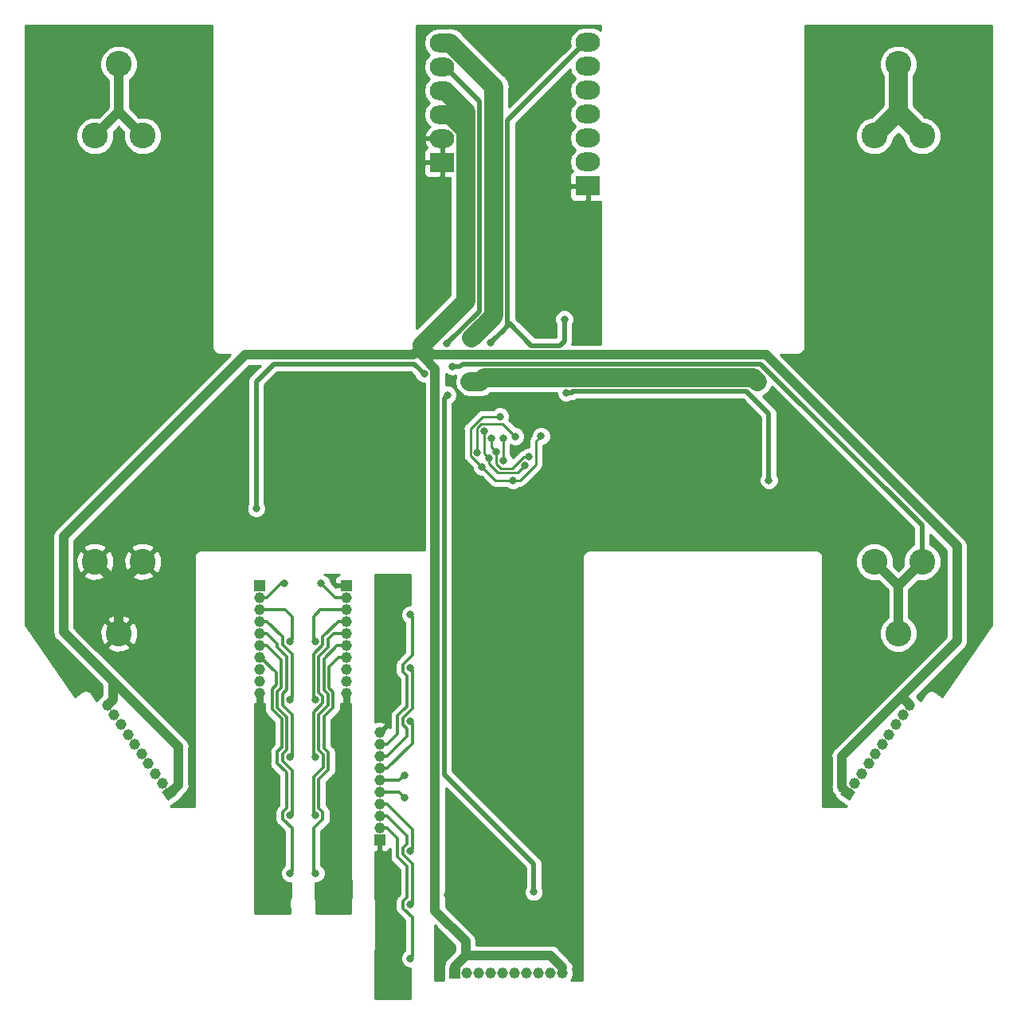
<source format=gbl>
G04 #@! TF.GenerationSoftware,KiCad,Pcbnew,(5.0.0)*
G04 #@! TF.CreationDate,2019-01-07T17:19:25-08:00*
G04 #@! TF.ProjectId,Lights,4C69676874732E6B696361645F706362,rev?*
G04 #@! TF.SameCoordinates,Original*
G04 #@! TF.FileFunction,Copper,L2,Bot,Signal*
G04 #@! TF.FilePolarity,Positive*
%FSLAX46Y46*%
G04 Gerber Fmt 4.6, Leading zero omitted, Abs format (unit mm)*
G04 Created by KiCad (PCBNEW (5.0.0)) date 01/07/19 17:19:25*
%MOMM*%
%LPD*%
G01*
G04 APERTURE LIST*
G04 #@! TA.AperFunction,ComponentPad*
%ADD10O,2.600000X2.000000*%
G04 #@! TD*
G04 #@! TA.AperFunction,ComponentPad*
%ADD11R,2.600000X2.000000*%
G04 #@! TD*
G04 #@! TA.AperFunction,ComponentPad*
%ADD12C,2.750000*%
G04 #@! TD*
G04 #@! TA.AperFunction,ComponentPad*
%ADD13C,1.150000*%
G04 #@! TD*
G04 #@! TA.AperFunction,ComponentPad*
%ADD14R,1.150000X1.150000*%
G04 #@! TD*
G04 #@! TA.AperFunction,Conductor*
%ADD15C,0.100000*%
G04 #@! TD*
G04 #@! TA.AperFunction,ViaPad*
%ADD16C,0.800000*%
G04 #@! TD*
G04 #@! TA.AperFunction,ViaPad*
%ADD17C,1.500000*%
G04 #@! TD*
G04 #@! TA.AperFunction,Conductor*
%ADD18C,2.000000*%
G04 #@! TD*
G04 #@! TA.AperFunction,Conductor*
%ADD19C,1.000000*%
G04 #@! TD*
G04 #@! TA.AperFunction,Conductor*
%ADD20C,0.500000*%
G04 #@! TD*
G04 #@! TA.AperFunction,Conductor*
%ADD21C,0.750000*%
G04 #@! TD*
G04 #@! TA.AperFunction,Conductor*
%ADD22C,0.350000*%
G04 #@! TD*
G04 #@! TA.AperFunction,Conductor*
%ADD23C,0.250000*%
G04 #@! TD*
G04 #@! TA.AperFunction,Conductor*
%ADD24C,0.254000*%
G04 #@! TD*
G04 APERTURE END LIST*
D10*
G04 #@! TO.P,J12,7*
G04 #@! TO.N,+3V3*
X60500000Y-2510000D03*
G04 #@! TO.P,J12,6*
G04 #@! TO.N,LE*
X60500000Y-5050000D03*
G04 #@! TO.P,J12,5*
G04 #@! TO.N,OE*
X60500000Y-7590000D03*
G04 #@! TO.P,J12,4*
G04 #@! TO.N,CLK*
X60500000Y-10130000D03*
G04 #@! TO.P,J12,3*
G04 #@! TO.N,SDA*
X60500000Y-12670000D03*
G04 #@! TO.P,J12,2*
G04 #@! TO.N,SDO*
X60500000Y-15210000D03*
D11*
G04 #@! TO.P,J12,1*
G04 #@! TO.N,GND*
X60500000Y-17750000D03*
G04 #@! TD*
D12*
G04 #@! TO.P,BT1,3*
G04 #@! TO.N,VBat*
X93497400Y-4801140D03*
G04 #@! TO.P,BT1,2*
X90957400Y-12421140D03*
G04 #@! TO.P,BT1,1*
X96037400Y-12421140D03*
G04 #@! TD*
G04 #@! TO.P,BT2,1*
G04 #@! TO.N,MID*
X90965020Y-57660000D03*
G04 #@! TO.P,BT2,2*
X96045020Y-57660000D03*
G04 #@! TO.P,BT2,3*
X93505020Y-65280000D03*
G04 #@! TD*
G04 #@! TO.P,BT3,3*
G04 #@! TO.N,MID*
X10637520Y-4801140D03*
G04 #@! TO.P,BT3,2*
X8097520Y-12421140D03*
G04 #@! TO.P,BT3,1*
X13177520Y-12421140D03*
G04 #@! TD*
G04 #@! TO.P,BT4,1*
G04 #@! TO.N,GND*
X8097520Y-57660000D03*
G04 #@! TO.P,BT4,2*
X13177520Y-57660000D03*
G04 #@! TO.P,BT4,3*
X10637520Y-65280000D03*
G04 #@! TD*
D13*
G04 #@! TO.P,J1,10*
G04 #@! TO.N,VCC*
X57785000Y-101368860D03*
G04 #@! TO.P,J1,9*
G04 #@! TO.N,Net-(IC1-Pad12)*
X56515000Y-101368860D03*
G04 #@! TO.P,J1,8*
G04 #@! TO.N,Net-(IC1-Pad11)*
X55245000Y-101368860D03*
G04 #@! TO.P,J1,7*
G04 #@! TO.N,Net-(IC1-Pad10)*
X53975000Y-101368860D03*
G04 #@! TO.P,J1,6*
G04 #@! TO.N,Net-(IC1-Pad9)*
X52705000Y-101368860D03*
G04 #@! TO.P,J1,5*
G04 #@! TO.N,Net-(IC1-Pad8)*
X51435000Y-101368860D03*
G04 #@! TO.P,J1,4*
G04 #@! TO.N,Net-(IC1-Pad7)*
X50165000Y-101368860D03*
G04 #@! TO.P,J1,3*
G04 #@! TO.N,Net-(IC1-Pad6)*
X48895000Y-101368860D03*
G04 #@! TO.P,J1,2*
G04 #@! TO.N,Net-(IC1-Pad5)*
X47625000Y-101368860D03*
D14*
G04 #@! TO.P,J1,1*
G04 #@! TO.N,VCC*
X46355000Y-101368860D03*
G04 #@! TD*
G04 #@! TO.P,J2,1*
G04 #@! TO.N,Net-(D1-Pad2)*
X25571018Y-60204000D03*
D13*
G04 #@! TO.P,J2,2*
G04 #@! TO.N,Net-(D1-Pad1)*
X25571018Y-61474000D03*
G04 #@! TO.P,J2,3*
G04 #@! TO.N,Net-(D2-Pad1)*
X25571018Y-62744000D03*
G04 #@! TO.P,J2,4*
G04 #@! TO.N,Net-(D3-Pad1)*
X25571018Y-64014000D03*
G04 #@! TO.P,J2,5*
G04 #@! TO.N,Net-(D4-Pad1)*
X25571018Y-65284000D03*
G04 #@! TO.P,J2,6*
G04 #@! TO.N,Net-(D5-Pad1)*
X25571018Y-66554000D03*
G04 #@! TO.P,J2,7*
G04 #@! TO.N,Net-(D6-Pad1)*
X25571018Y-67824000D03*
G04 #@! TO.P,J2,8*
G04 #@! TO.N,N/C*
X25571018Y-69094000D03*
G04 #@! TO.P,J2,9*
X25571018Y-70364000D03*
G04 #@! TO.P,J2,10*
G04 #@! TO.N,Net-(D1-Pad2)*
X25571018Y-71634000D03*
G04 #@! TD*
G04 #@! TO.P,J3,10*
G04 #@! TO.N,VCC*
X94721919Y-72892452D03*
G04 #@! TO.P,J3,9*
G04 #@! TO.N,Net-(IC2-Pad12)*
X93993477Y-73932775D03*
G04 #@! TO.P,J3,8*
G04 #@! TO.N,Net-(IC2-Pad11)*
X93265035Y-74973098D03*
G04 #@! TO.P,J3,7*
G04 #@! TO.N,Net-(IC2-Pad10)*
X92536592Y-76013421D03*
G04 #@! TO.P,J3,6*
G04 #@! TO.N,Net-(IC2-Pad9)*
X91808150Y-77053745D03*
G04 #@! TO.P,J3,5*
G04 #@! TO.N,Net-(IC2-Pad8)*
X91079708Y-78094068D03*
G04 #@! TO.P,J3,4*
G04 #@! TO.N,Net-(IC2-Pad7)*
X90351266Y-79134391D03*
G04 #@! TO.P,J3,3*
G04 #@! TO.N,Net-(IC2-Pad6)*
X89622824Y-80174714D03*
G04 #@! TO.P,J3,2*
G04 #@! TO.N,Net-(IC2-Pad5)*
X88894382Y-81215037D03*
G04 #@! TO.P,J3,1*
G04 #@! TO.N,VCC*
X88165940Y-82255360D03*
D15*
G04 #@! TD*
G04 #@! TO.N,VCC*
G04 #@! TO.C,J3*
G36*
X88966759Y-82114154D02*
X88307146Y-83056179D01*
X87365121Y-82396566D01*
X88024734Y-81454541D01*
X88966759Y-82114154D01*
X88966759Y-82114154D01*
G37*
D14*
G04 #@! TO.P,J4,1*
G04 #@! TO.N,Net-(D10-Pad2)*
X38371018Y-87249000D03*
D13*
G04 #@! TO.P,J4,2*
G04 #@! TO.N,Net-(D9-Pad1)*
X38371018Y-85979000D03*
G04 #@! TO.P,J4,3*
G04 #@! TO.N,Net-(D10-Pad1)*
X38371018Y-84709000D03*
G04 #@! TO.P,J4,4*
G04 #@! TO.N,Net-(D11-Pad1)*
X38371018Y-83439000D03*
G04 #@! TO.P,J4,5*
G04 #@! TO.N,Net-(D12-Pad1)*
X38371018Y-82169000D03*
G04 #@! TO.P,J4,6*
G04 #@! TO.N,Net-(D13-Pad1)*
X38371018Y-80899000D03*
G04 #@! TO.P,J4,7*
G04 #@! TO.N,Net-(D14-Pad1)*
X38371018Y-79629000D03*
G04 #@! TO.P,J4,8*
G04 #@! TO.N,Net-(D15-Pad1)*
X38371018Y-78359000D03*
G04 #@! TO.P,J4,9*
G04 #@! TO.N,Net-(D16-Pad1)*
X38371018Y-77089000D03*
G04 #@! TO.P,J4,10*
G04 #@! TO.N,Net-(D10-Pad2)*
X38371018Y-75819000D03*
G04 #@! TD*
G04 #@! TO.P,J5,10*
G04 #@! TO.N,VCC*
X9418081Y-72892452D03*
G04 #@! TO.P,J5,9*
G04 #@! TO.N,Net-(IC3-Pad5)*
X10146523Y-73932775D03*
G04 #@! TO.P,J5,8*
G04 #@! TO.N,Net-(IC3-Pad6)*
X10874965Y-74973098D03*
G04 #@! TO.P,J5,7*
G04 #@! TO.N,Net-(IC3-Pad7)*
X11603408Y-76013421D03*
G04 #@! TO.P,J5,6*
G04 #@! TO.N,Net-(IC3-Pad8)*
X12331850Y-77053745D03*
G04 #@! TO.P,J5,5*
G04 #@! TO.N,Net-(IC3-Pad9)*
X13060292Y-78094068D03*
G04 #@! TO.P,J5,4*
G04 #@! TO.N,Net-(IC3-Pad10)*
X13788734Y-79134391D03*
G04 #@! TO.P,J5,3*
G04 #@! TO.N,Net-(IC3-Pad11)*
X14517176Y-80174714D03*
G04 #@! TO.P,J5,2*
G04 #@! TO.N,Net-(IC3-Pad12)*
X15245618Y-81215037D03*
G04 #@! TO.P,J5,1*
G04 #@! TO.N,VCC*
X15974060Y-82255360D03*
D15*
G04 #@! TD*
G04 #@! TO.N,VCC*
G04 #@! TO.C,J5*
G36*
X16115266Y-81454541D02*
X16774879Y-82396566D01*
X15832854Y-83056179D01*
X15173241Y-82114154D01*
X16115266Y-81454541D01*
X16115266Y-81454541D01*
G37*
D14*
G04 #@! TO.P,J6,1*
G04 #@! TO.N,Net-(D17-Pad2)*
X34807220Y-60204000D03*
D13*
G04 #@! TO.P,J6,2*
G04 #@! TO.N,Net-(D17-Pad1)*
X34807220Y-61474000D03*
G04 #@! TO.P,J6,3*
G04 #@! TO.N,Net-(D18-Pad1)*
X34807220Y-62744000D03*
G04 #@! TO.P,J6,4*
G04 #@! TO.N,Net-(D19-Pad1)*
X34807220Y-64014000D03*
G04 #@! TO.P,J6,5*
G04 #@! TO.N,Net-(D20-Pad1)*
X34807220Y-65284000D03*
G04 #@! TO.P,J6,6*
G04 #@! TO.N,Net-(D21-Pad1)*
X34807220Y-66554000D03*
G04 #@! TO.P,J6,7*
G04 #@! TO.N,Net-(D22-Pad1)*
X34807220Y-67824000D03*
G04 #@! TO.P,J6,8*
G04 #@! TO.N,N/C*
X34807220Y-69094000D03*
G04 #@! TO.P,J6,9*
X34807220Y-70364000D03*
G04 #@! TO.P,J6,10*
G04 #@! TO.N,Net-(D17-Pad2)*
X34807220Y-71634000D03*
G04 #@! TD*
D10*
G04 #@! TO.P,J7,6*
G04 #@! TO.N,VBat*
X45000000Y-2550000D03*
G04 #@! TO.P,J7,5*
G04 #@! TO.N,MID*
X45000000Y-5090000D03*
G04 #@! TO.P,J7,4*
G04 #@! TO.N,VCC*
X45000000Y-7630000D03*
G04 #@! TO.P,J7,3*
X45000000Y-10170000D03*
G04 #@! TO.P,J7,2*
G04 #@! TO.N,GND*
X45000000Y-12710000D03*
D11*
G04 #@! TO.P,J7,1*
X45000000Y-15250000D03*
G04 #@! TD*
D16*
G04 #@! TO.N,GND*
X55700000Y-31900000D03*
X20900000Y-50700000D03*
X23000000Y-50800000D03*
X22900000Y-48700000D03*
X22000000Y-49700000D03*
X21000000Y-48700000D03*
X83100000Y-50800000D03*
X83100000Y-48800000D03*
X81400000Y-48800000D03*
X53000000Y-96600000D03*
X51000000Y-96700000D03*
X53000000Y-94800000D03*
X51000000Y-94700000D03*
X52100000Y-95700000D03*
X82200000Y-49800000D03*
D17*
G04 #@! TO.N,VBat*
X48150311Y-33900311D03*
X48000000Y-38500000D03*
X78500000Y-38500000D03*
D16*
X59200000Y-38100030D03*
G04 #@! TO.N,MID*
X45500000Y-34500000D03*
X46100000Y-36900000D03*
G04 #@! TO.N,GND*
X40100000Y-38000000D03*
X41200000Y-39000000D03*
X42400000Y-40100000D03*
X42800000Y-31100000D03*
X43800000Y-30200000D03*
X45100000Y-29200000D03*
X54050000Y-31900000D03*
X54200000Y-28950000D03*
X56400000Y-29400000D03*
X54350000Y-40200000D03*
X55850000Y-40200000D03*
X55200000Y-41400000D03*
X46800000Y-47700000D03*
X48700000Y-49500000D03*
X46400000Y-43000000D03*
X47400000Y-41500000D03*
X54300000Y-50400000D03*
X56500000Y-48500000D03*
X62800000Y-42000000D03*
X69700000Y-42000000D03*
X76700000Y-42400000D03*
X62000000Y-51300000D03*
X70200000Y-48700000D03*
X69100000Y-55500000D03*
X81800000Y-55700000D03*
X89000000Y-53100000D03*
X73700000Y-46100000D03*
X76800000Y-49100000D03*
X92800000Y-69500000D03*
X98100000Y-70800000D03*
X102400000Y-59800000D03*
X100200000Y-51900000D03*
X99400000Y-42200000D03*
X90300000Y-40700000D03*
X95600000Y-34400000D03*
X89000000Y-29900000D03*
X101200000Y-27600000D03*
X94500000Y-22200000D03*
X101700000Y-15000000D03*
X85800000Y-10500000D03*
X99900000Y-4500000D03*
X51900000Y-90000000D03*
X45600000Y-93100000D03*
X47000000Y-88800000D03*
X58300000Y-95300000D03*
X57300000Y-87400000D03*
X81200000Y-50800000D03*
X30300000Y-46700000D03*
X27900000Y-48700000D03*
X41700000Y-47800000D03*
X34000000Y-48700000D03*
X28300000Y-54300000D03*
X36800000Y-54000000D03*
X47500000Y-54600000D03*
X28000000Y-41000000D03*
X22000000Y-42700000D03*
X16100000Y-48600000D03*
X10700000Y-53700000D03*
X4300000Y-50000000D03*
X12000000Y-43200000D03*
X18500000Y-37200000D03*
X3300000Y-36300000D03*
X12100000Y-32000000D03*
X3500000Y-25400000D03*
X11200000Y-19400000D03*
X2800000Y-14600000D03*
X19300000Y-24500000D03*
X19300000Y-12700000D03*
X16600000Y-3300000D03*
X5000000Y-3500000D03*
X12300000Y-69200000D03*
X6000000Y-69900000D03*
X1700000Y-61600000D03*
X56800000Y-77200000D03*
X56700000Y-66900000D03*
X56400000Y-56700000D03*
X46700000Y-79100000D03*
X46600000Y-69100000D03*
X47300000Y-60800000D03*
X44900000Y-98800000D03*
X45800000Y-82500000D03*
X49100000Y-82300000D03*
X49200000Y-86200000D03*
X36850000Y-41100000D03*
X55100000Y-21750000D03*
X55200000Y-10900000D03*
X53750000Y-4400000D03*
X43800000Y-20250000D03*
X60850000Y-21650000D03*
X60600000Y-28750000D03*
X42100000Y-53850000D03*
X46500000Y-51750000D03*
X76150000Y-54850000D03*
X61250000Y-34050000D03*
X50350000Y-91800000D03*
G04 #@! TO.N,+3V3*
X54750000Y-92750000D03*
X25250000Y-52000000D03*
X79750000Y-49000000D03*
X58200000Y-39700030D03*
X58000000Y-31900000D03*
X50200000Y-34400000D03*
X43100000Y-37700000D03*
X45600000Y-39950008D03*
G04 #@! TO.N,VCC*
X10000000Y-49750000D03*
X93500000Y-49750000D03*
X44272510Y-85500000D03*
G04 #@! TO.N,Net-(D1-Pad1)*
X28221000Y-59989100D03*
G04 #@! TO.N,Net-(D1-Pad2)*
X25910000Y-75560000D03*
X25900000Y-94340000D03*
X25910000Y-87920000D03*
X25910000Y-81720000D03*
G04 #@! TO.N,Net-(D2-Pad1)*
X28816000Y-66150000D03*
G04 #@! TO.N,Net-(D3-Pad1)*
X28816000Y-72310000D03*
G04 #@! TO.N,Net-(D4-Pad1)*
X28816000Y-78460000D03*
G04 #@! TO.N,Net-(D5-Pad1)*
X28816000Y-84620000D03*
G04 #@! TO.N,Net-(D6-Pad1)*
X28816000Y-90770000D03*
G04 #@! TO.N,Net-(D10-Pad2)*
X38730000Y-103060000D03*
X38730000Y-97380000D03*
X38730000Y-91710000D03*
X38730000Y-59950000D03*
X38730000Y-65660000D03*
X38730000Y-71330000D03*
G04 #@! TO.N,Net-(D9-Pad1)*
X41616000Y-99800000D03*
G04 #@! TO.N,Net-(D10-Pad1)*
X41616000Y-94100000D03*
G04 #@! TO.N,Net-(D11-Pad1)*
X41616000Y-88420000D03*
G04 #@! TO.N,Net-(D12-Pad1)*
X41021000Y-82726260D03*
G04 #@! TO.N,Net-(D13-Pad1)*
X41021000Y-80341740D03*
G04 #@! TO.N,Net-(D14-Pad1)*
X41616000Y-74650000D03*
G04 #@! TO.N,Net-(D15-Pad1)*
X41616000Y-68970000D03*
G04 #@! TO.N,Net-(D16-Pad1)*
X41616000Y-63280000D03*
G04 #@! TO.N,Net-(D17-Pad2)*
X34490000Y-75570000D03*
X34490000Y-81760000D03*
X34490000Y-87900000D03*
X34490000Y-94090000D03*
G04 #@! TO.N,Net-(D17-Pad1)*
X32158000Y-59989100D03*
G04 #@! TO.N,Net-(D18-Pad1)*
X31563000Y-66150000D03*
G04 #@! TO.N,Net-(D19-Pad1)*
X31563000Y-72310000D03*
G04 #@! TO.N,Net-(D20-Pad1)*
X31563000Y-78460000D03*
G04 #@! TO.N,Net-(D21-Pad1)*
X31563000Y-84620000D03*
G04 #@! TO.N,Net-(D22-Pad1)*
X31563000Y-90770000D03*
G04 #@! TO.N,SDA*
X51505143Y-46920163D03*
X51500000Y-44565000D03*
G04 #@! TO.N,CLK*
X50250000Y-44565000D03*
X50750000Y-46015000D03*
X54259937Y-46509937D03*
G04 #@! TO.N,LE*
X50032207Y-46711259D03*
X49500000Y-43750000D03*
X53794326Y-47435169D03*
G04 #@! TO.N,OE*
X52550000Y-49040000D03*
X49250000Y-47610000D03*
X55530000Y-44320000D03*
X51150000Y-42240000D03*
G04 #@! TO.N,SDO*
X48740000Y-46060000D03*
X52790000Y-44360000D03*
G04 #@! TD*
D18*
G04 #@! TO.N,VBat*
X45871283Y-2550000D02*
X48500000Y-5178717D01*
X45000000Y-2550000D02*
X45871283Y-2550000D01*
X48500000Y-5178717D02*
X50500000Y-7178717D01*
X50500000Y-31550623D02*
X49550632Y-32499990D01*
X50500000Y-7178717D02*
X50500000Y-31550623D01*
X49550632Y-32499990D02*
X48150311Y-33900311D01*
X49060660Y-38500000D02*
X49460630Y-38100030D01*
X48000000Y-38500000D02*
X49060660Y-38500000D01*
X78100030Y-38100030D02*
X78500000Y-38500000D01*
X93497400Y-9881140D02*
X96037400Y-12421140D01*
X93497400Y-9881140D02*
X90957400Y-12421140D01*
X93497400Y-4801140D02*
X93497400Y-9881140D01*
X49460630Y-38100030D02*
X59200000Y-38100030D01*
X59200000Y-38100030D02*
X78100030Y-38100030D01*
D19*
G04 #@! TO.N,MID*
X10637520Y-9881140D02*
X8097520Y-12421140D01*
X10637520Y-4801140D02*
X10637520Y-9881140D01*
X13177520Y-12421140D02*
X10637520Y-9881140D01*
D20*
X48950020Y-31049980D02*
X45500000Y-34500000D01*
X48950020Y-8740020D02*
X48950020Y-31049980D01*
X45000000Y-5090000D02*
X45300000Y-5090000D01*
X45300000Y-5090000D02*
X48950020Y-8740020D01*
D19*
X93505020Y-60200000D02*
X90965020Y-57660000D01*
X93505020Y-65280000D02*
X93505020Y-60200000D01*
X93505020Y-60200000D02*
X96045020Y-57660000D01*
D20*
X96045020Y-53795020D02*
X96045020Y-57660000D01*
X78900020Y-36650020D02*
X96045020Y-53795020D01*
X47165665Y-36650020D02*
X78900020Y-36650020D01*
X46100000Y-36900000D02*
X46900000Y-36900000D01*
X46900000Y-36900000D02*
X47165665Y-36650020D01*
D19*
G04 #@! TO.N,GND*
X10637520Y-60200000D02*
X8097520Y-57660000D01*
X10637520Y-65280000D02*
X10637520Y-60200000D01*
X10637520Y-60200000D02*
X13177520Y-57660000D01*
D20*
G04 #@! TO.N,+3V3*
X58765685Y-39700030D02*
X58915675Y-39550040D01*
X58200000Y-39700030D02*
X58765685Y-39700030D01*
X58915675Y-39550040D02*
X77350040Y-39550040D01*
X79750000Y-41950000D02*
X79750000Y-49000000D01*
X77350040Y-39550040D02*
X79750000Y-41950000D01*
X51950010Y-10759990D02*
X51950010Y-32151236D01*
X60500000Y-2510000D02*
X60200000Y-2510000D01*
X60200000Y-2510000D02*
X51950010Y-10759990D01*
X54498774Y-34700000D02*
X57500000Y-34700000D01*
X57500000Y-34700000D02*
X58000000Y-34200000D01*
X58000000Y-34200000D02*
X58000000Y-31900000D01*
X50599999Y-34000001D02*
X50599999Y-33998775D01*
X50200000Y-34400000D02*
X50599999Y-34000001D01*
X51950010Y-32151236D02*
X52198774Y-32400000D01*
X52198774Y-32400000D02*
X54498774Y-34700000D01*
X51950010Y-32648764D02*
X51398774Y-33200000D01*
X51950010Y-32151236D02*
X51950010Y-32648764D01*
X50599999Y-33998775D02*
X51398774Y-33200000D01*
X51398774Y-33200000D02*
X52198774Y-32400000D01*
X42050020Y-36650020D02*
X27100000Y-36650020D01*
X27100000Y-36650020D02*
X25250000Y-38500020D01*
X25250000Y-38500020D02*
X25250000Y-52000000D01*
X43100000Y-37700000D02*
X42050020Y-36650020D01*
X54750000Y-89791998D02*
X45222520Y-80264518D01*
X54750000Y-92750000D02*
X54750000Y-89791998D01*
X45222520Y-40327488D02*
X45600000Y-39950008D01*
X45222520Y-80264518D02*
X45222520Y-40327488D01*
D21*
G04 #@! TO.N,VCC*
X9418081Y-72892452D02*
X9993080Y-72317453D01*
X16457628Y-81771792D02*
X16458208Y-81771792D01*
X15974060Y-82255360D02*
X16457628Y-81771792D01*
X16458208Y-81771792D02*
X16980000Y-81250000D01*
D19*
X16520619Y-81827038D02*
X16033179Y-82314478D01*
X16980000Y-81367657D02*
X16520619Y-81827038D01*
X16980000Y-81250000D02*
X16980000Y-81367657D01*
X9993080Y-72317453D02*
X9652759Y-72657774D01*
X9993080Y-72316920D02*
X9993080Y-72317453D01*
X9993080Y-72316920D02*
X9993080Y-70363080D01*
X16980000Y-77350000D02*
X9993080Y-70363080D01*
X16980000Y-81250000D02*
X16980000Y-77350000D01*
X4750000Y-55000000D02*
X10000000Y-49750000D01*
X9993080Y-70363080D02*
X4750000Y-65120000D01*
X4750000Y-65120000D02*
X4750000Y-55000000D01*
X22000000Y-37750000D02*
X10000000Y-49750000D01*
X41913519Y-35700010D02*
X24049990Y-35700010D01*
X24049990Y-35700010D02*
X22000000Y-37750000D01*
X42367510Y-35246019D02*
X41913519Y-35700010D01*
D21*
X94721919Y-72892452D02*
X93829467Y-72000000D01*
D19*
X87500000Y-78329467D02*
X93829467Y-72000000D01*
X87500000Y-81589420D02*
X87500000Y-78329467D01*
D21*
X88165940Y-82255360D02*
X87500000Y-81589420D01*
D19*
X99750000Y-66079467D02*
X99750000Y-56000000D01*
X93829467Y-72000000D02*
X99750000Y-66079467D01*
X99750000Y-56000000D02*
X93500000Y-49750000D01*
D21*
X57785000Y-101368860D02*
X57785000Y-100785000D01*
X46355000Y-101368860D02*
X46355000Y-100645000D01*
D19*
X47500000Y-99500000D02*
X46355000Y-100645000D01*
X57785000Y-100785000D02*
X56500000Y-99500000D01*
X56500000Y-99500000D02*
X47500000Y-99500000D01*
X47500000Y-98000000D02*
X44272510Y-94772510D01*
X47500000Y-99500000D02*
X47500000Y-98000000D01*
X43121491Y-36000000D02*
X42367510Y-35246019D01*
X44272510Y-37151019D02*
X43121491Y-36000000D01*
X79450010Y-35700010D02*
X43950010Y-35700010D01*
X93500000Y-49750000D02*
X79450010Y-35700010D01*
X43950010Y-35700010D02*
X42867510Y-34617510D01*
D18*
X45871283Y-10170000D02*
X45000000Y-10170000D01*
X47500010Y-11798727D02*
X45871283Y-10170000D01*
X47500010Y-29985010D02*
X47500010Y-11798727D01*
X42867510Y-34617510D02*
X47500010Y-29985010D01*
X47500010Y-9830010D02*
X47500010Y-11798727D01*
X45300000Y-7630000D02*
X47500010Y-9830010D01*
X45000000Y-7630000D02*
X45300000Y-7630000D01*
D19*
X44272510Y-54400000D02*
X44272510Y-37151019D01*
X44272510Y-85500000D02*
X44272510Y-54400000D01*
X44272510Y-94772510D02*
X44272510Y-85500000D01*
X87500000Y-81589420D02*
X87619381Y-81708801D01*
X93829467Y-72000000D02*
X94487241Y-72657774D01*
X46355000Y-100645000D02*
X46355000Y-100751858D01*
D22*
G04 #@! TO.N,Net-(D1-Pad1)*
X26384190Y-61474000D02*
X27868190Y-59990000D01*
X25571018Y-61474000D02*
X26384190Y-61474000D01*
X27868190Y-59990000D02*
X28220100Y-59990000D01*
X28220100Y-59990000D02*
X28221000Y-59989100D01*
D21*
G04 #@! TO.N,Net-(D1-Pad2)*
X25571018Y-75221018D02*
X25910000Y-75560000D01*
X25571018Y-71634000D02*
X25571018Y-75221018D01*
D22*
G04 #@! TO.N,Net-(D2-Pad1)*
X26384190Y-62744000D02*
X26390190Y-62750000D01*
X25571018Y-62744000D02*
X26384190Y-62744000D01*
X26390190Y-62750000D02*
X27610000Y-62750000D01*
X27610000Y-62750000D02*
X28290000Y-62750000D01*
X28290000Y-62750000D02*
X29040000Y-63500000D01*
X29040000Y-63500000D02*
X29040000Y-65926000D01*
X29040000Y-65926000D02*
X28816000Y-66150000D01*
G04 #@! TO.N,Net-(D3-Pad1)*
X28040999Y-66522001D02*
X28618998Y-67100000D01*
X28040999Y-65670809D02*
X28040999Y-66522001D01*
X25571018Y-64014000D02*
X26384190Y-64014000D01*
X26384190Y-64014000D02*
X28040999Y-65670809D01*
X28618998Y-67100000D02*
X28620000Y-67100000D01*
X28620000Y-67100000D02*
X29040000Y-67520000D01*
X29040000Y-67520000D02*
X29040000Y-72086000D01*
X29040000Y-72086000D02*
X28816000Y-72310000D01*
G04 #@! TO.N,Net-(D4-Pad1)*
X27490989Y-66390799D02*
X27490989Y-66760989D01*
X25571018Y-65284000D02*
X26384190Y-65284000D01*
X26384190Y-65284000D02*
X27490989Y-66390799D01*
X27490989Y-66760989D02*
X28470000Y-67740000D01*
X28470000Y-67740000D02*
X28470000Y-71260000D01*
X28040999Y-71689001D02*
X28040999Y-72920999D01*
X28470000Y-71260000D02*
X28040999Y-71689001D01*
X28040999Y-72920999D02*
X29040000Y-73920000D01*
X29040000Y-73920000D02*
X29040000Y-78236000D01*
X29040000Y-78236000D02*
X28816000Y-78460000D01*
G04 #@! TO.N,Net-(D5-Pad1)*
X25571018Y-66554000D02*
X26384190Y-66554000D01*
X26384190Y-66554000D02*
X27920000Y-68089810D01*
X27920000Y-68089810D02*
X27920000Y-71032170D01*
X27920000Y-71032170D02*
X27917830Y-71032170D01*
X27917830Y-71032170D02*
X27480000Y-71470000D01*
X27480000Y-71470000D02*
X27480001Y-73137831D01*
X27480001Y-73137831D02*
X28489990Y-74147820D01*
X28489990Y-74147820D02*
X28490000Y-74147830D01*
X28490000Y-74147830D02*
X28490000Y-77650000D01*
X28040999Y-78099001D02*
X28040999Y-78860999D01*
X28490000Y-77650000D02*
X28040999Y-78099001D01*
X28040999Y-78860999D02*
X29040000Y-79860000D01*
X29040000Y-79860000D02*
X29040000Y-84396000D01*
X29040000Y-84396000D02*
X28816000Y-84620000D01*
G04 #@! TO.N,Net-(D6-Pad1)*
X25707020Y-67824000D02*
X27367820Y-69484800D01*
X25571018Y-67824000D02*
X25707020Y-67824000D01*
X27367820Y-69484800D02*
X27367820Y-70752180D01*
X26929992Y-71190008D02*
X26929992Y-73369992D01*
X27367820Y-70752180D02*
X26929992Y-71190008D01*
X26929992Y-73369992D02*
X27939990Y-74379990D01*
X27939990Y-74379990D02*
X27940000Y-74380000D01*
X27940000Y-74380000D02*
X27940000Y-77422170D01*
X27940000Y-77422170D02*
X27937830Y-77422170D01*
X27490989Y-79088820D02*
X28372169Y-79970000D01*
X27937830Y-77422170D02*
X27490989Y-77869011D01*
X27490989Y-77869011D02*
X27490989Y-79088820D01*
X28372169Y-79970000D02*
X28372169Y-79972169D01*
X28372169Y-79972169D02*
X28490000Y-80090000D01*
X28490000Y-80090000D02*
X28490000Y-83844999D01*
X28490000Y-83844999D02*
X28485001Y-83844999D01*
X28485001Y-83844999D02*
X28040000Y-84290000D01*
X28040000Y-84290000D02*
X28040000Y-84630000D01*
X28040000Y-84630000D02*
X28040000Y-84991002D01*
X28040000Y-84991002D02*
X29040990Y-85991992D01*
X29040990Y-85991992D02*
X29040000Y-85992982D01*
X29040000Y-85992982D02*
X29040000Y-90546000D01*
X29040000Y-90546000D02*
X28816000Y-90770000D01*
G04 #@! TO.N,Net-(D9-Pad1)*
X39184190Y-85979000D02*
X40290000Y-87084810D01*
X38371018Y-85979000D02*
X39184190Y-85979000D01*
X40290000Y-87084810D02*
X40290001Y-89018833D01*
X40290001Y-89018833D02*
X41289990Y-90018822D01*
X41289990Y-90018822D02*
X41290000Y-90018832D01*
X41290000Y-90018832D02*
X41290000Y-91980000D01*
X41290000Y-91980000D02*
X41290000Y-93324999D01*
X41290000Y-93324999D02*
X41285001Y-93324999D01*
X41285001Y-93324999D02*
X40840000Y-93770000D01*
X40840000Y-93770000D02*
X40840000Y-94471002D01*
X40840000Y-94471002D02*
X41840000Y-95471002D01*
X41840000Y-95471002D02*
X41840000Y-99576000D01*
X41840000Y-99576000D02*
X41616000Y-99800000D01*
G04 #@! TO.N,Net-(D10-Pad1)*
X39184190Y-84709000D02*
X41290000Y-86814810D01*
X38371018Y-84709000D02*
X39184190Y-84709000D01*
X41290000Y-86814810D02*
X41290000Y-87644999D01*
X41290000Y-87644999D02*
X41285001Y-87644999D01*
X41285001Y-87644999D02*
X40840000Y-88090000D01*
X40840000Y-88791002D02*
X41840000Y-89791002D01*
X40840000Y-88090000D02*
X40840000Y-88791002D01*
X41840000Y-89791002D02*
X41840000Y-93876000D01*
X41840000Y-93876000D02*
X41616000Y-94100000D01*
G04 #@! TO.N,Net-(D11-Pad1)*
X39184190Y-83439000D02*
X41840000Y-86094810D01*
X38371018Y-83439000D02*
X39184190Y-83439000D01*
X41840000Y-86094810D02*
X41840000Y-88196000D01*
X41840000Y-88196000D02*
X41616000Y-88420000D01*
G04 #@! TO.N,Net-(D12-Pad1)*
X39184190Y-82169000D02*
X39185190Y-82170000D01*
X38371018Y-82169000D02*
X39184190Y-82169000D01*
X39185190Y-82170000D02*
X40464740Y-82170000D01*
X40464740Y-82170000D02*
X41021000Y-82726260D01*
G04 #@! TO.N,Net-(D13-Pad1)*
X38371018Y-80899000D02*
X40463740Y-80899000D01*
X40463740Y-80899000D02*
X41021000Y-80341740D01*
G04 #@! TO.N,Net-(D14-Pad1)*
X38371018Y-79629000D02*
X39184190Y-79629000D01*
X39184190Y-79629000D02*
X41840990Y-76972200D01*
X41840990Y-76972200D02*
X41840990Y-75810990D01*
X41840990Y-75810990D02*
X41840000Y-75810000D01*
X41840000Y-75810000D02*
X41840000Y-74874000D01*
X41840000Y-74874000D02*
X41616000Y-74650000D01*
G04 #@! TO.N,Net-(D15-Pad1)*
X39184190Y-78359000D02*
X41289990Y-76253200D01*
X38371018Y-78359000D02*
X39184190Y-78359000D01*
X41289990Y-76253200D02*
X41289990Y-75425001D01*
X41289990Y-75425001D02*
X40840000Y-74975011D01*
X40840000Y-74975011D02*
X40840000Y-74278998D01*
X40840000Y-74278998D02*
X41840990Y-73278008D01*
X41840990Y-73278008D02*
X41840000Y-73277018D01*
X41840000Y-73277018D02*
X41840000Y-69194000D01*
X41840000Y-69194000D02*
X41616000Y-68970000D01*
G04 #@! TO.N,Net-(D16-Pad1)*
X39184190Y-77089000D02*
X40289990Y-75983200D01*
X38371018Y-77089000D02*
X39184190Y-77089000D01*
X40289990Y-74051177D02*
X40881167Y-73460000D01*
X40289990Y-75983200D02*
X40289990Y-74051177D01*
X40881167Y-73460000D02*
X40881167Y-73458833D01*
X40881167Y-73458833D02*
X41289990Y-73050010D01*
X41289990Y-73050010D02*
X41290000Y-73050000D01*
X41290000Y-73050000D02*
X41290000Y-69780000D01*
X41290000Y-69780000D02*
X40840000Y-69330000D01*
X40840000Y-69330000D02*
X40840000Y-68598998D01*
X40840000Y-68598998D02*
X41840000Y-67598998D01*
X41840000Y-67598998D02*
X41840000Y-63504000D01*
X41840000Y-63504000D02*
X41616000Y-63280000D01*
D21*
G04 #@! TO.N,Net-(D17-Pad2)*
X34807220Y-75252780D02*
X34490000Y-75570000D01*
X34807220Y-71634000D02*
X34807220Y-75252780D01*
D22*
G04 #@! TO.N,Net-(D17-Pad1)*
X34807220Y-61474000D02*
X33642900Y-61474000D01*
X33642900Y-61474000D02*
X32158000Y-59989100D01*
G04 #@! TO.N,Net-(D18-Pad1)*
X33994048Y-62744000D02*
X33968048Y-62770000D01*
X34807220Y-62744000D02*
X33994048Y-62744000D01*
X32080000Y-62770000D02*
X31350000Y-63500000D01*
X33968048Y-62770000D02*
X32080000Y-62770000D01*
X31350000Y-63500000D02*
X31350000Y-65937000D01*
X31350000Y-65937000D02*
X31563000Y-66150000D01*
G04 #@! TO.N,Net-(D19-Pad1)*
X32338001Y-65670047D02*
X32338001Y-66522001D01*
X34807220Y-64014000D02*
X33994048Y-64014000D01*
X33994048Y-64014000D02*
X32338001Y-65670047D01*
X32338001Y-66522001D02*
X31338010Y-67521992D01*
X31338010Y-67521992D02*
X31338010Y-72085010D01*
X31338010Y-72085010D02*
X31563000Y-72310000D01*
G04 #@! TO.N,Net-(D20-Pad1)*
X32888011Y-65911989D02*
X32888011Y-66749821D01*
X34807220Y-65284000D02*
X33516000Y-65284000D01*
X33516000Y-65284000D02*
X32888011Y-65911989D01*
X32888011Y-66749821D02*
X31888020Y-67749812D01*
X31888020Y-67749812D02*
X31888020Y-71534999D01*
X31888020Y-71534999D02*
X31888020Y-71538020D01*
X31888020Y-71538020D02*
X32340000Y-71990000D01*
X32340000Y-72680002D02*
X31338010Y-73681992D01*
X32340000Y-71990000D02*
X32340000Y-72680002D01*
X31338010Y-73681992D02*
X31338010Y-78235010D01*
X31338010Y-78235010D02*
X31563000Y-78460000D01*
G04 #@! TO.N,Net-(D21-Pad1)*
X33861663Y-66554000D02*
X32438030Y-67977633D01*
X34807220Y-66554000D02*
X33861663Y-66554000D01*
X32438030Y-67977633D02*
X32438030Y-71310200D01*
X32890010Y-71762179D02*
X32890010Y-72907822D01*
X32438030Y-71310200D02*
X32890010Y-71762179D01*
X32890010Y-72907822D02*
X31888020Y-73909812D01*
X31888020Y-77684999D02*
X32350000Y-78146979D01*
X31888020Y-73909812D02*
X31888020Y-77684999D01*
X32350000Y-78146979D02*
X32350000Y-78820002D01*
X32350000Y-79550000D02*
X31338010Y-80561990D01*
X32350000Y-78820002D02*
X32350000Y-79550000D01*
X31338010Y-80561990D02*
X31338010Y-84395010D01*
X31338010Y-84395010D02*
X31563000Y-84620000D01*
G04 #@! TO.N,Net-(D22-Pad1)*
X33994048Y-67824000D02*
X32988040Y-68830008D01*
X34807220Y-67824000D02*
X33994048Y-67824000D01*
X33440020Y-73135643D02*
X33117831Y-73457832D01*
X33440020Y-71534358D02*
X33440020Y-73135643D01*
X32988040Y-68830008D02*
X32988040Y-71082378D01*
X32988040Y-71082378D02*
X33440020Y-71534358D01*
X33117831Y-73457832D02*
X33117830Y-73457832D01*
X33117830Y-73457832D02*
X32438030Y-74137632D01*
X32900010Y-79777821D02*
X32577821Y-80100010D01*
X32900010Y-77919158D02*
X32900010Y-79777821D01*
X32438030Y-74137632D02*
X32438030Y-77457179D01*
X32438030Y-77457179D02*
X32900010Y-77919158D01*
X32577820Y-80100010D02*
X31888020Y-80789810D01*
X32577821Y-80100010D02*
X32577820Y-80100010D01*
X31888020Y-80789810D02*
X31888020Y-83690000D01*
X31888020Y-83844999D02*
X32340000Y-84296979D01*
X31888020Y-83690000D02*
X31888020Y-83844999D01*
X32340000Y-84990002D02*
X31338010Y-85991992D01*
X32340000Y-84296979D02*
X32340000Y-84990002D01*
X31338010Y-85991992D02*
X31338010Y-89540000D01*
X31338010Y-89540000D02*
X31338010Y-90545010D01*
X31338010Y-90545010D02*
X31563000Y-90770000D01*
D23*
G04 #@! TO.N,SDA*
X51505143Y-46920163D02*
X51505143Y-44570143D01*
X51505143Y-44570143D02*
X51500000Y-44565000D01*
G04 #@! TO.N,CLK*
X50250000Y-44565000D02*
X50250000Y-45515000D01*
X50750000Y-46015000D02*
X50250000Y-45515000D01*
X53694252Y-46509937D02*
X52454189Y-47750000D01*
X54259937Y-46509937D02*
X53694252Y-46509937D01*
X50750000Y-46580685D02*
X50750000Y-46015000D01*
X50757208Y-46587893D02*
X50750000Y-46580685D01*
X50757208Y-47257208D02*
X50757208Y-46587893D01*
X51250000Y-47750000D02*
X50757208Y-47257208D01*
X52454189Y-47750000D02*
X51250000Y-47750000D01*
G04 #@! TO.N,LE*
X50032207Y-46711259D02*
X49500000Y-46179052D01*
X49500000Y-46179052D02*
X49500000Y-43750000D01*
X50032207Y-47276944D02*
X50032207Y-46711259D01*
X50955273Y-48200010D02*
X50032207Y-47276944D01*
X53029485Y-48200010D02*
X50955273Y-48200010D01*
X53794326Y-47435169D02*
X53029485Y-48200010D01*
G04 #@! TO.N,OE*
X52550000Y-49040000D02*
X50680000Y-49040000D01*
X50680000Y-49040000D02*
X49250000Y-47610000D01*
X53115685Y-49040000D02*
X52550000Y-49040000D01*
X53262497Y-49040000D02*
X53115685Y-49040000D01*
X54984938Y-47317559D02*
X53262497Y-49040000D01*
X54984938Y-44865062D02*
X54984938Y-47317559D01*
X55530000Y-44320000D02*
X54984938Y-44865062D01*
X49300588Y-42240000D02*
X51150000Y-42240000D01*
X48014999Y-43525589D02*
X49300588Y-42240000D01*
X49250000Y-47610000D02*
X48014999Y-46374999D01*
X48014999Y-46374999D02*
X48014999Y-43525589D01*
G04 #@! TO.N,SDO*
X48740000Y-46060000D02*
X48740000Y-43934990D01*
X51454999Y-43024999D02*
X52790000Y-44360000D01*
X49151999Y-43024999D02*
X51454999Y-43024999D01*
X48740000Y-43934990D02*
X48740000Y-43436998D01*
X48740000Y-43436998D02*
X49151999Y-43024999D01*
G04 #@! TD*
D24*
G04 #@! TO.N,Net-(D1-Pad2)*
G36*
X26119993Y-73290214D02*
X26104124Y-73369992D01*
X26159110Y-73646421D01*
X26166990Y-73686038D01*
X26346016Y-73953969D01*
X26413646Y-73999158D01*
X27130000Y-74715513D01*
X27130001Y-77084487D01*
X26974645Y-77239843D01*
X26907012Y-77285034D01*
X26727986Y-77552966D01*
X26692817Y-77729774D01*
X26665121Y-77869011D01*
X26680989Y-77948785D01*
X26680990Y-79009042D01*
X26665121Y-79088820D01*
X26704317Y-79285868D01*
X26727987Y-79404866D01*
X26907013Y-79672797D01*
X26974643Y-79717986D01*
X27680000Y-80423344D01*
X27680001Y-83504487D01*
X27523656Y-83660832D01*
X27456023Y-83706023D01*
X27276997Y-83973955D01*
X27231528Y-84202544D01*
X27214132Y-84290000D01*
X27230000Y-84369773D01*
X27230000Y-84911229D01*
X27214132Y-84991002D01*
X27230000Y-85070775D01*
X27230000Y-85070776D01*
X27276997Y-85307048D01*
X27456023Y-85574979D01*
X27523655Y-85620169D01*
X28230000Y-86326515D01*
X28230001Y-89892453D01*
X28229720Y-89892569D01*
X27938569Y-90183720D01*
X27781000Y-90564126D01*
X27781000Y-90975874D01*
X27938569Y-91356280D01*
X28229720Y-91647431D01*
X28610126Y-91805000D01*
X28915703Y-91805000D01*
X28920891Y-93273416D01*
X28898790Y-93306843D01*
X28821195Y-93422972D01*
X28820845Y-93424730D01*
X28819859Y-93426222D01*
X28793322Y-93563098D01*
X28766091Y-93700000D01*
X28780339Y-93771632D01*
X28786565Y-95054000D01*
X25121000Y-95054000D01*
X25121000Y-72758946D01*
X25408036Y-72856892D01*
X25888423Y-72826176D01*
X26119993Y-72730257D01*
X26119993Y-73290214D01*
X26119993Y-73290214D01*
G37*
X26119993Y-73290214D02*
X26104124Y-73369992D01*
X26159110Y-73646421D01*
X26166990Y-73686038D01*
X26346016Y-73953969D01*
X26413646Y-73999158D01*
X27130000Y-74715513D01*
X27130001Y-77084487D01*
X26974645Y-77239843D01*
X26907012Y-77285034D01*
X26727986Y-77552966D01*
X26692817Y-77729774D01*
X26665121Y-77869011D01*
X26680989Y-77948785D01*
X26680990Y-79009042D01*
X26665121Y-79088820D01*
X26704317Y-79285868D01*
X26727987Y-79404866D01*
X26907013Y-79672797D01*
X26974643Y-79717986D01*
X27680000Y-80423344D01*
X27680001Y-83504487D01*
X27523656Y-83660832D01*
X27456023Y-83706023D01*
X27276997Y-83973955D01*
X27231528Y-84202544D01*
X27214132Y-84290000D01*
X27230000Y-84369773D01*
X27230000Y-84911229D01*
X27214132Y-84991002D01*
X27230000Y-85070775D01*
X27230000Y-85070776D01*
X27276997Y-85307048D01*
X27456023Y-85574979D01*
X27523655Y-85620169D01*
X28230000Y-86326515D01*
X28230001Y-89892453D01*
X28229720Y-89892569D01*
X27938569Y-90183720D01*
X27781000Y-90564126D01*
X27781000Y-90975874D01*
X27938569Y-91356280D01*
X28229720Y-91647431D01*
X28610126Y-91805000D01*
X28915703Y-91805000D01*
X28920891Y-93273416D01*
X28898790Y-93306843D01*
X28821195Y-93422972D01*
X28820845Y-93424730D01*
X28819859Y-93426222D01*
X28793322Y-93563098D01*
X28766091Y-93700000D01*
X28780339Y-93771632D01*
X28786565Y-95054000D01*
X25121000Y-95054000D01*
X25121000Y-72758946D01*
X25408036Y-72856892D01*
X25888423Y-72826176D01*
X26119993Y-72730257D01*
X26119993Y-73290214D01*
G36*
X25764766Y-71619858D02*
X25750623Y-71634000D01*
X25764766Y-71648143D01*
X25585161Y-71827748D01*
X25571018Y-71813605D01*
X25556876Y-71827748D01*
X25377271Y-71648143D01*
X25391413Y-71634000D01*
X25377271Y-71619858D01*
X25423128Y-71574000D01*
X25718908Y-71574000D01*
X25764766Y-71619858D01*
X25764766Y-71619858D01*
G37*
X25764766Y-71619858D02*
X25750623Y-71634000D01*
X25764766Y-71648143D01*
X25585161Y-71827748D01*
X25571018Y-71813605D01*
X25556876Y-71827748D01*
X25377271Y-71648143D01*
X25391413Y-71634000D01*
X25377271Y-71619858D01*
X25423128Y-71574000D01*
X25718908Y-71574000D01*
X25764766Y-71619858D01*
G36*
X25698018Y-60077000D02*
X25718018Y-60077000D01*
X25718018Y-60264000D01*
X25424018Y-60264000D01*
X25424018Y-60077000D01*
X25444018Y-60077000D01*
X25444018Y-60057000D01*
X25698018Y-60057000D01*
X25698018Y-60077000D01*
X25698018Y-60077000D01*
G37*
X25698018Y-60077000D02*
X25718018Y-60077000D01*
X25718018Y-60264000D01*
X25424018Y-60264000D01*
X25424018Y-60077000D01*
X25444018Y-60077000D01*
X25444018Y-60057000D01*
X25698018Y-60057000D01*
X25698018Y-60077000D01*
G04 #@! TO.N,Net-(D17-Pad2)*
G36*
X34644238Y-72856892D02*
X35124625Y-72826176D01*
X35258881Y-72770565D01*
X35259996Y-91090092D01*
X35246091Y-91160000D01*
X35260005Y-91229951D01*
X35260005Y-91229969D01*
X35271796Y-91289227D01*
X35301195Y-91437028D01*
X35301208Y-91437047D01*
X35301212Y-91437068D01*
X35306978Y-91445696D01*
X35313897Y-93403962D01*
X35301195Y-93422972D01*
X35246091Y-93700000D01*
X35260001Y-93769930D01*
X35260000Y-95054000D01*
X31603435Y-95054000D01*
X31609911Y-93720101D01*
X31613909Y-93700000D01*
X31610101Y-93680857D01*
X31610331Y-93633522D01*
X31570141Y-93426223D01*
X31498942Y-93318539D01*
X31504272Y-91805000D01*
X31768874Y-91805000D01*
X32149280Y-91647431D01*
X32440431Y-91356280D01*
X32598000Y-90975874D01*
X32598000Y-90564126D01*
X32440431Y-90183720D01*
X32149280Y-89892569D01*
X32148010Y-89892043D01*
X32148010Y-86327504D01*
X32856347Y-85619168D01*
X32923977Y-85573979D01*
X33103003Y-85306048D01*
X33150000Y-85069776D01*
X33150000Y-85069775D01*
X33165868Y-84990002D01*
X33150000Y-84910229D01*
X33150000Y-84376751D01*
X33165868Y-84296978D01*
X33148472Y-84209522D01*
X33103003Y-83980933D01*
X32923977Y-83713002D01*
X32856345Y-83667812D01*
X32698020Y-83509487D01*
X32698020Y-81125322D01*
X33094165Y-80729178D01*
X33161798Y-80683987D01*
X33206989Y-80616354D01*
X33416354Y-80406989D01*
X33483987Y-80361798D01*
X33663013Y-80093867D01*
X33710010Y-79857595D01*
X33725878Y-79777822D01*
X33710010Y-79698049D01*
X33710010Y-77998931D01*
X33725878Y-77919157D01*
X33672545Y-77651034D01*
X33663013Y-77603112D01*
X33483987Y-77335181D01*
X33416354Y-77289990D01*
X33248030Y-77121666D01*
X33248030Y-74473144D01*
X33634175Y-74087000D01*
X33701808Y-74041809D01*
X33746999Y-73974176D01*
X33956364Y-73764811D01*
X34023997Y-73719620D01*
X34203023Y-73451689D01*
X34250020Y-73215417D01*
X34265888Y-73135644D01*
X34250020Y-73055871D01*
X34250020Y-72722372D01*
X34644238Y-72856892D01*
X34644238Y-72856892D01*
G37*
X34644238Y-72856892D02*
X35124625Y-72826176D01*
X35258881Y-72770565D01*
X35259996Y-91090092D01*
X35246091Y-91160000D01*
X35260005Y-91229951D01*
X35260005Y-91229969D01*
X35271796Y-91289227D01*
X35301195Y-91437028D01*
X35301208Y-91437047D01*
X35301212Y-91437068D01*
X35306978Y-91445696D01*
X35313897Y-93403962D01*
X35301195Y-93422972D01*
X35246091Y-93700000D01*
X35260001Y-93769930D01*
X35260000Y-95054000D01*
X31603435Y-95054000D01*
X31609911Y-93720101D01*
X31613909Y-93700000D01*
X31610101Y-93680857D01*
X31610331Y-93633522D01*
X31570141Y-93426223D01*
X31498942Y-93318539D01*
X31504272Y-91805000D01*
X31768874Y-91805000D01*
X32149280Y-91647431D01*
X32440431Y-91356280D01*
X32598000Y-90975874D01*
X32598000Y-90564126D01*
X32440431Y-90183720D01*
X32149280Y-89892569D01*
X32148010Y-89892043D01*
X32148010Y-86327504D01*
X32856347Y-85619168D01*
X32923977Y-85573979D01*
X33103003Y-85306048D01*
X33150000Y-85069776D01*
X33150000Y-85069775D01*
X33165868Y-84990002D01*
X33150000Y-84910229D01*
X33150000Y-84376751D01*
X33165868Y-84296978D01*
X33148472Y-84209522D01*
X33103003Y-83980933D01*
X32923977Y-83713002D01*
X32856345Y-83667812D01*
X32698020Y-83509487D01*
X32698020Y-81125322D01*
X33094165Y-80729178D01*
X33161798Y-80683987D01*
X33206989Y-80616354D01*
X33416354Y-80406989D01*
X33483987Y-80361798D01*
X33663013Y-80093867D01*
X33710010Y-79857595D01*
X33725878Y-79777822D01*
X33710010Y-79698049D01*
X33710010Y-77998931D01*
X33725878Y-77919157D01*
X33672545Y-77651034D01*
X33663013Y-77603112D01*
X33483987Y-77335181D01*
X33416354Y-77289990D01*
X33248030Y-77121666D01*
X33248030Y-74473144D01*
X33634175Y-74087000D01*
X33701808Y-74041809D01*
X33746999Y-73974176D01*
X33956364Y-73764811D01*
X34023997Y-73719620D01*
X34203023Y-73451689D01*
X34250020Y-73215417D01*
X34265888Y-73135644D01*
X34250020Y-73055871D01*
X34250020Y-72722372D01*
X34644238Y-72856892D01*
G36*
X35000968Y-71619858D02*
X34986825Y-71634000D01*
X35000968Y-71648143D01*
X34821363Y-71827748D01*
X34807220Y-71813605D01*
X34793078Y-71827748D01*
X34613473Y-71648143D01*
X34627615Y-71634000D01*
X34613473Y-71619858D01*
X34659330Y-71574000D01*
X34955110Y-71574000D01*
X35000968Y-71619858D01*
X35000968Y-71619858D01*
G37*
X35000968Y-71619858D02*
X34986825Y-71634000D01*
X35000968Y-71648143D01*
X34821363Y-71827748D01*
X34807220Y-71813605D01*
X34793078Y-71827748D01*
X34613473Y-71648143D01*
X34627615Y-71634000D01*
X34613473Y-71619858D01*
X34659330Y-71574000D01*
X34955110Y-71574000D01*
X35000968Y-71619858D01*
G36*
X34057207Y-59014174D02*
X33872522Y-59090673D01*
X33693893Y-59269301D01*
X33597220Y-59502690D01*
X33597220Y-59918250D01*
X33755970Y-60077000D01*
X34680220Y-60077000D01*
X34680220Y-60057000D01*
X34934220Y-60057000D01*
X34934220Y-60077000D01*
X34954220Y-60077000D01*
X34954220Y-60264000D01*
X34566536Y-60264000D01*
X34404784Y-60331000D01*
X33755970Y-60331000D01*
X33700691Y-60386279D01*
X33193000Y-59878588D01*
X33193000Y-59783226D01*
X33035431Y-59402820D01*
X32744280Y-59111669D01*
X32495631Y-59008675D01*
X34057207Y-59014174D01*
X34057207Y-59014174D01*
G37*
X34057207Y-59014174D02*
X33872522Y-59090673D01*
X33693893Y-59269301D01*
X33597220Y-59502690D01*
X33597220Y-59918250D01*
X33755970Y-60077000D01*
X34680220Y-60077000D01*
X34680220Y-60057000D01*
X34934220Y-60057000D01*
X34934220Y-60077000D01*
X34954220Y-60077000D01*
X34954220Y-60264000D01*
X34566536Y-60264000D01*
X34404784Y-60331000D01*
X33755970Y-60331000D01*
X33700691Y-60386279D01*
X33193000Y-59878588D01*
X33193000Y-59783226D01*
X33035431Y-59402820D01*
X32744280Y-59111669D01*
X32495631Y-59008675D01*
X34057207Y-59014174D01*
G04 #@! TO.N,Net-(D10-Pad2)*
G36*
X38518018Y-87376000D02*
X38498018Y-87376000D01*
X38498018Y-88300250D01*
X38656768Y-88459000D01*
X39072327Y-88459000D01*
X39305716Y-88362327D01*
X39480001Y-88188043D01*
X39480002Y-88939056D01*
X39464133Y-89018833D01*
X39519550Y-89297431D01*
X39526999Y-89334879D01*
X39706025Y-89602810D01*
X39773655Y-89647999D01*
X40480000Y-90354345D01*
X40480001Y-91900222D01*
X40480000Y-91900227D01*
X40480001Y-92984487D01*
X40323656Y-93140832D01*
X40256023Y-93186023D01*
X40076997Y-93453955D01*
X40031528Y-93682544D01*
X40014132Y-93770000D01*
X40030000Y-93849773D01*
X40030000Y-94391229D01*
X40014132Y-94471002D01*
X40030000Y-94550775D01*
X40030000Y-94550776D01*
X40076998Y-94787048D01*
X40256024Y-95054979D01*
X40323654Y-95100168D01*
X41030000Y-95806515D01*
X41030001Y-98922453D01*
X41029720Y-98922569D01*
X40738569Y-99213720D01*
X40581000Y-99594126D01*
X40581000Y-100005874D01*
X40738569Y-100386280D01*
X41029720Y-100677431D01*
X41410126Y-100835000D01*
X41576446Y-100835000D01*
X41579363Y-104065000D01*
X37911274Y-104065000D01*
X37929965Y-93719827D01*
X37933909Y-93700000D01*
X37930036Y-93680530D01*
X37930125Y-93631357D01*
X37890731Y-93431423D01*
X37898095Y-91340051D01*
X37911792Y-91271192D01*
X37919997Y-91229947D01*
X37919997Y-91229941D01*
X37933909Y-91160000D01*
X37920001Y-91090081D01*
X37920081Y-88459000D01*
X38085268Y-88459000D01*
X38244018Y-88300250D01*
X38244018Y-87376000D01*
X38224018Y-87376000D01*
X38224018Y-87189000D01*
X38518018Y-87189000D01*
X38518018Y-87376000D01*
X38518018Y-87376000D01*
G37*
X38518018Y-87376000D02*
X38498018Y-87376000D01*
X38498018Y-88300250D01*
X38656768Y-88459000D01*
X39072327Y-88459000D01*
X39305716Y-88362327D01*
X39480001Y-88188043D01*
X39480002Y-88939056D01*
X39464133Y-89018833D01*
X39519550Y-89297431D01*
X39526999Y-89334879D01*
X39706025Y-89602810D01*
X39773655Y-89647999D01*
X40480000Y-90354345D01*
X40480001Y-91900222D01*
X40480000Y-91900227D01*
X40480001Y-92984487D01*
X40323656Y-93140832D01*
X40256023Y-93186023D01*
X40076997Y-93453955D01*
X40031528Y-93682544D01*
X40014132Y-93770000D01*
X40030000Y-93849773D01*
X40030000Y-94391229D01*
X40014132Y-94471002D01*
X40030000Y-94550775D01*
X40030000Y-94550776D01*
X40076998Y-94787048D01*
X40256024Y-95054979D01*
X40323654Y-95100168D01*
X41030000Y-95806515D01*
X41030001Y-98922453D01*
X41029720Y-98922569D01*
X40738569Y-99213720D01*
X40581000Y-99594126D01*
X40581000Y-100005874D01*
X40738569Y-100386280D01*
X41029720Y-100677431D01*
X41410126Y-100835000D01*
X41576446Y-100835000D01*
X41579363Y-104065000D01*
X37911274Y-104065000D01*
X37929965Y-93719827D01*
X37933909Y-93700000D01*
X37930036Y-93680530D01*
X37930125Y-93631357D01*
X37890731Y-93431423D01*
X37898095Y-91340051D01*
X37911792Y-91271192D01*
X37919997Y-91229947D01*
X37919997Y-91229941D01*
X37933909Y-91160000D01*
X37920001Y-91090081D01*
X37920081Y-88459000D01*
X38085268Y-88459000D01*
X38244018Y-88300250D01*
X38244018Y-87376000D01*
X38224018Y-87376000D01*
X38224018Y-87189000D01*
X38518018Y-87189000D01*
X38518018Y-87376000D01*
G36*
X41142653Y-59002448D02*
X41150000Y-59003909D01*
X41157091Y-59002498D01*
X41249553Y-59002824D01*
X41263723Y-59000000D01*
X41580979Y-59000000D01*
X41580881Y-62245000D01*
X41410126Y-62245000D01*
X41029720Y-62402569D01*
X40738569Y-62693720D01*
X40581000Y-63074126D01*
X40581000Y-63485874D01*
X40738569Y-63866280D01*
X41029720Y-64157431D01*
X41030001Y-64157547D01*
X41030000Y-67263485D01*
X40323654Y-67969832D01*
X40256024Y-68015021D01*
X40076998Y-68282952D01*
X40056496Y-68386024D01*
X40014132Y-68598998D01*
X40030000Y-68678771D01*
X40030000Y-69250227D01*
X40014132Y-69330000D01*
X40030000Y-69409773D01*
X40076997Y-69646045D01*
X40256023Y-69913977D01*
X40323656Y-69959168D01*
X40480001Y-70115513D01*
X40480000Y-72714488D01*
X40364822Y-72829666D01*
X40297190Y-72874856D01*
X40249651Y-72946003D01*
X39773643Y-73422011D01*
X39706014Y-73467200D01*
X39660825Y-73534830D01*
X39526988Y-73735131D01*
X39464122Y-74051177D01*
X39479991Y-74130955D01*
X39479990Y-75300723D01*
X39438453Y-75200443D01*
X39215605Y-75154018D01*
X38550623Y-75819000D01*
X38564766Y-75833143D01*
X38518908Y-75879000D01*
X38223128Y-75879000D01*
X38177271Y-75833143D01*
X38191413Y-75819000D01*
X38177271Y-75804858D01*
X38356876Y-75625253D01*
X38371018Y-75639395D01*
X39036000Y-74974413D01*
X38989575Y-74751565D01*
X38534000Y-74596108D01*
X38053613Y-74626824D01*
X37920501Y-74681961D01*
X37920978Y-59000000D01*
X38380074Y-59000000D01*
X38450000Y-59013909D01*
X38519925Y-59000000D01*
X38519926Y-59000000D01*
X38553455Y-58993331D01*
X41142653Y-59002448D01*
X41142653Y-59002448D01*
G37*
X41142653Y-59002448D02*
X41150000Y-59003909D01*
X41157091Y-59002498D01*
X41249553Y-59002824D01*
X41263723Y-59000000D01*
X41580979Y-59000000D01*
X41580881Y-62245000D01*
X41410126Y-62245000D01*
X41029720Y-62402569D01*
X40738569Y-62693720D01*
X40581000Y-63074126D01*
X40581000Y-63485874D01*
X40738569Y-63866280D01*
X41029720Y-64157431D01*
X41030001Y-64157547D01*
X41030000Y-67263485D01*
X40323654Y-67969832D01*
X40256024Y-68015021D01*
X40076998Y-68282952D01*
X40056496Y-68386024D01*
X40014132Y-68598998D01*
X40030000Y-68678771D01*
X40030000Y-69250227D01*
X40014132Y-69330000D01*
X40030000Y-69409773D01*
X40076997Y-69646045D01*
X40256023Y-69913977D01*
X40323656Y-69959168D01*
X40480001Y-70115513D01*
X40480000Y-72714488D01*
X40364822Y-72829666D01*
X40297190Y-72874856D01*
X40249651Y-72946003D01*
X39773643Y-73422011D01*
X39706014Y-73467200D01*
X39660825Y-73534830D01*
X39526988Y-73735131D01*
X39464122Y-74051177D01*
X39479991Y-74130955D01*
X39479990Y-75300723D01*
X39438453Y-75200443D01*
X39215605Y-75154018D01*
X38550623Y-75819000D01*
X38564766Y-75833143D01*
X38518908Y-75879000D01*
X38223128Y-75879000D01*
X38177271Y-75833143D01*
X38191413Y-75819000D01*
X38177271Y-75804858D01*
X38356876Y-75625253D01*
X38371018Y-75639395D01*
X39036000Y-74974413D01*
X38989575Y-74751565D01*
X38534000Y-74596108D01*
X38053613Y-74626824D01*
X37920501Y-74681961D01*
X37920978Y-59000000D01*
X38380074Y-59000000D01*
X38450000Y-59013909D01*
X38519925Y-59000000D01*
X38519926Y-59000000D01*
X38553455Y-58993331D01*
X41142653Y-59002448D01*
G04 #@! TO.N,GND*
G36*
X46365000Y-98470132D02*
X46365000Y-99029868D01*
X45631481Y-99763388D01*
X45536711Y-99826711D01*
X45290159Y-100195703D01*
X45285854Y-100202146D01*
X45232526Y-100470243D01*
X45181843Y-100546095D01*
X45132560Y-100793860D01*
X45132560Y-101943860D01*
X45175552Y-102160000D01*
X44200774Y-102160000D01*
X44207151Y-96312282D01*
X46365000Y-98470132D01*
X46365000Y-98470132D01*
G37*
X46365000Y-98470132D02*
X46365000Y-99029868D01*
X45631481Y-99763388D01*
X45536711Y-99826711D01*
X45290159Y-100195703D01*
X45285854Y-100202146D01*
X45232526Y-100470243D01*
X45181843Y-100546095D01*
X45132560Y-100793860D01*
X45132560Y-101943860D01*
X45175552Y-102160000D01*
X44200774Y-102160000D01*
X44207151Y-96312282D01*
X46365000Y-98470132D01*
G36*
X45513720Y-37777431D02*
X45894126Y-37935000D01*
X46305874Y-37935000D01*
X46457878Y-37872038D01*
X46332969Y-38500000D01*
X46459864Y-39137945D01*
X46821231Y-39678769D01*
X47362055Y-40040136D01*
X47838969Y-40135000D01*
X48899630Y-40135000D01*
X49060660Y-40167031D01*
X49221690Y-40135000D01*
X49221691Y-40135000D01*
X49698605Y-40040136D01*
X50155228Y-39735030D01*
X57165000Y-39735030D01*
X57165000Y-39905904D01*
X57322569Y-40286310D01*
X57613720Y-40577461D01*
X57994126Y-40735030D01*
X58405874Y-40735030D01*
X58738977Y-40597055D01*
X58765685Y-40602367D01*
X58852846Y-40585030D01*
X58852850Y-40585030D01*
X59110995Y-40533682D01*
X59258622Y-40435040D01*
X76983462Y-40435040D01*
X78865000Y-42316579D01*
X78865001Y-48431991D01*
X78715000Y-48794126D01*
X78715000Y-49205874D01*
X78872569Y-49586280D01*
X79163720Y-49877431D01*
X79544126Y-50035000D01*
X79955874Y-50035000D01*
X80336280Y-49877431D01*
X80627431Y-49586280D01*
X80785000Y-49205874D01*
X80785000Y-48794126D01*
X80635000Y-48431993D01*
X80635000Y-42037161D01*
X80652337Y-41950000D01*
X80635000Y-41862839D01*
X80635000Y-41862835D01*
X80583652Y-41604690D01*
X80529801Y-41524096D01*
X80437424Y-41385845D01*
X80437423Y-41385844D01*
X80388049Y-41311951D01*
X80314156Y-41262577D01*
X79099384Y-40047805D01*
X79137945Y-40040135D01*
X79678768Y-39678768D01*
X80040135Y-39137945D01*
X80056101Y-39057679D01*
X95160020Y-54161599D01*
X95160021Y-55850970D01*
X94906447Y-55956004D01*
X94341024Y-56521427D01*
X94035020Y-57260186D01*
X94035020Y-58059814D01*
X94036500Y-58063388D01*
X93505020Y-58594868D01*
X92973540Y-58063388D01*
X92975020Y-58059814D01*
X92975020Y-57260186D01*
X92669016Y-56521427D01*
X92103593Y-55956004D01*
X91364834Y-55650000D01*
X90565206Y-55650000D01*
X89826447Y-55956004D01*
X89261024Y-56521427D01*
X88955020Y-57260186D01*
X88955020Y-58059814D01*
X89261024Y-58798573D01*
X89826447Y-59363996D01*
X90565206Y-59670000D01*
X91364834Y-59670000D01*
X91368408Y-59668520D01*
X92370021Y-60670133D01*
X92370020Y-63574524D01*
X92366447Y-63576004D01*
X91801024Y-64141427D01*
X91495020Y-64880186D01*
X91495020Y-65679814D01*
X91801024Y-66418573D01*
X92366447Y-66983996D01*
X93105206Y-67290000D01*
X93904834Y-67290000D01*
X94643593Y-66983996D01*
X95209016Y-66418573D01*
X95515020Y-65679814D01*
X95515020Y-64880186D01*
X95209016Y-64141427D01*
X94643593Y-63576004D01*
X94640020Y-63574524D01*
X94640020Y-60670131D01*
X95641632Y-59668520D01*
X95645206Y-59670000D01*
X96444834Y-59670000D01*
X97183593Y-59363996D01*
X97749016Y-58798573D01*
X98055020Y-58059814D01*
X98055020Y-57260186D01*
X97749016Y-56521427D01*
X97183593Y-55956004D01*
X96930020Y-55850971D01*
X96930020Y-54785152D01*
X98615001Y-56470133D01*
X98615000Y-65609335D01*
X93105946Y-71118390D01*
X93105943Y-71118392D01*
X93105942Y-71118393D01*
X93011179Y-71181712D01*
X92947860Y-71276475D01*
X86776480Y-77447856D01*
X86681712Y-77511178D01*
X86529383Y-77739155D01*
X86430854Y-77886613D01*
X86342765Y-78329467D01*
X86365001Y-78441255D01*
X86365000Y-81477637D01*
X86342765Y-81589420D01*
X86365000Y-81701202D01*
X86430854Y-82032274D01*
X86681711Y-82407709D01*
X86729037Y-82439331D01*
X86727517Y-82508993D01*
X86819076Y-82744435D01*
X86993765Y-82926918D01*
X87935790Y-83586531D01*
X88017923Y-83622670D01*
X87958935Y-83706900D01*
X85482500Y-83706900D01*
X85482500Y-57219926D01*
X85496409Y-57150000D01*
X85441305Y-56872972D01*
X85284381Y-56638119D01*
X85049528Y-56481195D01*
X84842426Y-56440000D01*
X84842425Y-56440000D01*
X84772500Y-56426091D01*
X84702574Y-56440000D01*
X60712426Y-56440000D01*
X60642500Y-56426091D01*
X60572575Y-56440000D01*
X60572574Y-56440000D01*
X60365472Y-56481195D01*
X60130619Y-56638119D01*
X59973695Y-56872972D01*
X59918591Y-57150000D01*
X59932501Y-57219931D01*
X59932500Y-102160000D01*
X58705058Y-102160000D01*
X58810788Y-102054270D01*
X58995000Y-101609544D01*
X58995000Y-101128176D01*
X58913237Y-100930782D01*
X58942235Y-100784999D01*
X58854145Y-100342145D01*
X58666608Y-100061476D01*
X57381613Y-98776482D01*
X57318289Y-98681711D01*
X56942855Y-98430854D01*
X56611783Y-98365000D01*
X56500000Y-98342765D01*
X56388217Y-98365000D01*
X48635000Y-98365000D01*
X48635000Y-98111782D01*
X48657235Y-97999999D01*
X48569146Y-97557145D01*
X48318289Y-97181711D01*
X48223521Y-97118389D01*
X45407510Y-94302379D01*
X45407510Y-81701086D01*
X53865001Y-90158578D01*
X53865000Y-92181993D01*
X53715000Y-92544126D01*
X53715000Y-92955874D01*
X53872569Y-93336280D01*
X54163720Y-93627431D01*
X54544126Y-93785000D01*
X54955874Y-93785000D01*
X55336280Y-93627431D01*
X55627431Y-93336280D01*
X55785000Y-92955874D01*
X55785000Y-92544126D01*
X55635000Y-92181993D01*
X55635000Y-89879157D01*
X55652337Y-89791997D01*
X55635000Y-89704837D01*
X55635000Y-89704833D01*
X55583652Y-89446688D01*
X55468702Y-89274654D01*
X55437424Y-89227843D01*
X55437423Y-89227842D01*
X55388049Y-89153949D01*
X55314156Y-89104575D01*
X46107520Y-79897940D01*
X46107520Y-43525589D01*
X47240111Y-43525589D01*
X47255000Y-43600441D01*
X47254999Y-46300152D01*
X47240111Y-46374999D01*
X47254999Y-46449846D01*
X47254999Y-46449850D01*
X47299095Y-46671535D01*
X47467070Y-46922928D01*
X47530529Y-46965330D01*
X48215000Y-47649802D01*
X48215000Y-47815874D01*
X48372569Y-48196280D01*
X48663720Y-48487431D01*
X49044126Y-48645000D01*
X49210198Y-48645000D01*
X50089673Y-49524476D01*
X50132071Y-49587929D01*
X50195524Y-49630327D01*
X50195526Y-49630329D01*
X50320902Y-49714102D01*
X50383463Y-49755904D01*
X50605148Y-49800000D01*
X50605152Y-49800000D01*
X50679999Y-49814888D01*
X50754846Y-49800000D01*
X51846289Y-49800000D01*
X51963720Y-49917431D01*
X52344126Y-50075000D01*
X52755874Y-50075000D01*
X53136280Y-49917431D01*
X53242751Y-49810960D01*
X53262497Y-49814888D01*
X53337344Y-49800000D01*
X53337349Y-49800000D01*
X53559034Y-49755904D01*
X53810426Y-49587929D01*
X53852828Y-49524470D01*
X55469414Y-47907886D01*
X55532867Y-47865488D01*
X55575265Y-47802035D01*
X55575267Y-47802033D01*
X55675461Y-47652081D01*
X55700842Y-47614096D01*
X55744938Y-47392411D01*
X55744938Y-47392407D01*
X55759826Y-47317560D01*
X55744938Y-47242713D01*
X55744938Y-45351246D01*
X56116280Y-45197431D01*
X56407431Y-44906280D01*
X56565000Y-44525874D01*
X56565000Y-44114126D01*
X56407431Y-43733720D01*
X56116280Y-43442569D01*
X55735874Y-43285000D01*
X55324126Y-43285000D01*
X54943720Y-43442569D01*
X54652569Y-43733720D01*
X54495000Y-44114126D01*
X54495000Y-44278385D01*
X54437009Y-44317133D01*
X54269034Y-44568526D01*
X54224938Y-44790211D01*
X54224938Y-44790215D01*
X54210050Y-44865062D01*
X54224938Y-44939909D01*
X54224938Y-45474937D01*
X54054063Y-45474937D01*
X53673657Y-45632506D01*
X53540540Y-45765623D01*
X53397715Y-45794033D01*
X53146323Y-45962008D01*
X53103923Y-46025464D01*
X52503518Y-46625869D01*
X52382574Y-46333883D01*
X52265143Y-46216452D01*
X52265143Y-45263568D01*
X52265634Y-45263077D01*
X52584126Y-45395000D01*
X52995874Y-45395000D01*
X53376280Y-45237431D01*
X53667431Y-44946280D01*
X53825000Y-44565874D01*
X53825000Y-44154126D01*
X53667431Y-43773720D01*
X53376280Y-43482569D01*
X52995874Y-43325000D01*
X52829802Y-43325000D01*
X52116368Y-42611567D01*
X52185000Y-42445874D01*
X52185000Y-42034126D01*
X52027431Y-41653720D01*
X51736280Y-41362569D01*
X51355874Y-41205000D01*
X50944126Y-41205000D01*
X50563720Y-41362569D01*
X50446289Y-41480000D01*
X49375434Y-41480000D01*
X49300587Y-41465112D01*
X49225740Y-41480000D01*
X49225736Y-41480000D01*
X49004051Y-41524096D01*
X49004049Y-41524097D01*
X49004050Y-41524097D01*
X48816114Y-41649671D01*
X48816112Y-41649673D01*
X48752659Y-41692071D01*
X48710261Y-41755524D01*
X47530527Y-42935260D01*
X47467071Y-42977660D01*
X47424671Y-43041116D01*
X47424670Y-43041117D01*
X47299096Y-43229052D01*
X47240111Y-43525589D01*
X46107520Y-43525589D01*
X46107520Y-40860062D01*
X46186280Y-40827439D01*
X46477431Y-40536288D01*
X46635000Y-40155882D01*
X46635000Y-39744134D01*
X46477431Y-39363728D01*
X46186280Y-39072577D01*
X45805874Y-38915008D01*
X45407510Y-38915008D01*
X45407510Y-37671221D01*
X45513720Y-37777431D01*
X45513720Y-37777431D01*
G37*
X45513720Y-37777431D02*
X45894126Y-37935000D01*
X46305874Y-37935000D01*
X46457878Y-37872038D01*
X46332969Y-38500000D01*
X46459864Y-39137945D01*
X46821231Y-39678769D01*
X47362055Y-40040136D01*
X47838969Y-40135000D01*
X48899630Y-40135000D01*
X49060660Y-40167031D01*
X49221690Y-40135000D01*
X49221691Y-40135000D01*
X49698605Y-40040136D01*
X50155228Y-39735030D01*
X57165000Y-39735030D01*
X57165000Y-39905904D01*
X57322569Y-40286310D01*
X57613720Y-40577461D01*
X57994126Y-40735030D01*
X58405874Y-40735030D01*
X58738977Y-40597055D01*
X58765685Y-40602367D01*
X58852846Y-40585030D01*
X58852850Y-40585030D01*
X59110995Y-40533682D01*
X59258622Y-40435040D01*
X76983462Y-40435040D01*
X78865000Y-42316579D01*
X78865001Y-48431991D01*
X78715000Y-48794126D01*
X78715000Y-49205874D01*
X78872569Y-49586280D01*
X79163720Y-49877431D01*
X79544126Y-50035000D01*
X79955874Y-50035000D01*
X80336280Y-49877431D01*
X80627431Y-49586280D01*
X80785000Y-49205874D01*
X80785000Y-48794126D01*
X80635000Y-48431993D01*
X80635000Y-42037161D01*
X80652337Y-41950000D01*
X80635000Y-41862839D01*
X80635000Y-41862835D01*
X80583652Y-41604690D01*
X80529801Y-41524096D01*
X80437424Y-41385845D01*
X80437423Y-41385844D01*
X80388049Y-41311951D01*
X80314156Y-41262577D01*
X79099384Y-40047805D01*
X79137945Y-40040135D01*
X79678768Y-39678768D01*
X80040135Y-39137945D01*
X80056101Y-39057679D01*
X95160020Y-54161599D01*
X95160021Y-55850970D01*
X94906447Y-55956004D01*
X94341024Y-56521427D01*
X94035020Y-57260186D01*
X94035020Y-58059814D01*
X94036500Y-58063388D01*
X93505020Y-58594868D01*
X92973540Y-58063388D01*
X92975020Y-58059814D01*
X92975020Y-57260186D01*
X92669016Y-56521427D01*
X92103593Y-55956004D01*
X91364834Y-55650000D01*
X90565206Y-55650000D01*
X89826447Y-55956004D01*
X89261024Y-56521427D01*
X88955020Y-57260186D01*
X88955020Y-58059814D01*
X89261024Y-58798573D01*
X89826447Y-59363996D01*
X90565206Y-59670000D01*
X91364834Y-59670000D01*
X91368408Y-59668520D01*
X92370021Y-60670133D01*
X92370020Y-63574524D01*
X92366447Y-63576004D01*
X91801024Y-64141427D01*
X91495020Y-64880186D01*
X91495020Y-65679814D01*
X91801024Y-66418573D01*
X92366447Y-66983996D01*
X93105206Y-67290000D01*
X93904834Y-67290000D01*
X94643593Y-66983996D01*
X95209016Y-66418573D01*
X95515020Y-65679814D01*
X95515020Y-64880186D01*
X95209016Y-64141427D01*
X94643593Y-63576004D01*
X94640020Y-63574524D01*
X94640020Y-60670131D01*
X95641632Y-59668520D01*
X95645206Y-59670000D01*
X96444834Y-59670000D01*
X97183593Y-59363996D01*
X97749016Y-58798573D01*
X98055020Y-58059814D01*
X98055020Y-57260186D01*
X97749016Y-56521427D01*
X97183593Y-55956004D01*
X96930020Y-55850971D01*
X96930020Y-54785152D01*
X98615001Y-56470133D01*
X98615000Y-65609335D01*
X93105946Y-71118390D01*
X93105943Y-71118392D01*
X93105942Y-71118393D01*
X93011179Y-71181712D01*
X92947860Y-71276475D01*
X86776480Y-77447856D01*
X86681712Y-77511178D01*
X86529383Y-77739155D01*
X86430854Y-77886613D01*
X86342765Y-78329467D01*
X86365001Y-78441255D01*
X86365000Y-81477637D01*
X86342765Y-81589420D01*
X86365000Y-81701202D01*
X86430854Y-82032274D01*
X86681711Y-82407709D01*
X86729037Y-82439331D01*
X86727517Y-82508993D01*
X86819076Y-82744435D01*
X86993765Y-82926918D01*
X87935790Y-83586531D01*
X88017923Y-83622670D01*
X87958935Y-83706900D01*
X85482500Y-83706900D01*
X85482500Y-57219926D01*
X85496409Y-57150000D01*
X85441305Y-56872972D01*
X85284381Y-56638119D01*
X85049528Y-56481195D01*
X84842426Y-56440000D01*
X84842425Y-56440000D01*
X84772500Y-56426091D01*
X84702574Y-56440000D01*
X60712426Y-56440000D01*
X60642500Y-56426091D01*
X60572575Y-56440000D01*
X60572574Y-56440000D01*
X60365472Y-56481195D01*
X60130619Y-56638119D01*
X59973695Y-56872972D01*
X59918591Y-57150000D01*
X59932501Y-57219931D01*
X59932500Y-102160000D01*
X58705058Y-102160000D01*
X58810788Y-102054270D01*
X58995000Y-101609544D01*
X58995000Y-101128176D01*
X58913237Y-100930782D01*
X58942235Y-100784999D01*
X58854145Y-100342145D01*
X58666608Y-100061476D01*
X57381613Y-98776482D01*
X57318289Y-98681711D01*
X56942855Y-98430854D01*
X56611783Y-98365000D01*
X56500000Y-98342765D01*
X56388217Y-98365000D01*
X48635000Y-98365000D01*
X48635000Y-98111782D01*
X48657235Y-97999999D01*
X48569146Y-97557145D01*
X48318289Y-97181711D01*
X48223521Y-97118389D01*
X45407510Y-94302379D01*
X45407510Y-81701086D01*
X53865001Y-90158578D01*
X53865000Y-92181993D01*
X53715000Y-92544126D01*
X53715000Y-92955874D01*
X53872569Y-93336280D01*
X54163720Y-93627431D01*
X54544126Y-93785000D01*
X54955874Y-93785000D01*
X55336280Y-93627431D01*
X55627431Y-93336280D01*
X55785000Y-92955874D01*
X55785000Y-92544126D01*
X55635000Y-92181993D01*
X55635000Y-89879157D01*
X55652337Y-89791997D01*
X55635000Y-89704837D01*
X55635000Y-89704833D01*
X55583652Y-89446688D01*
X55468702Y-89274654D01*
X55437424Y-89227843D01*
X55437423Y-89227842D01*
X55388049Y-89153949D01*
X55314156Y-89104575D01*
X46107520Y-79897940D01*
X46107520Y-43525589D01*
X47240111Y-43525589D01*
X47255000Y-43600441D01*
X47254999Y-46300152D01*
X47240111Y-46374999D01*
X47254999Y-46449846D01*
X47254999Y-46449850D01*
X47299095Y-46671535D01*
X47467070Y-46922928D01*
X47530529Y-46965330D01*
X48215000Y-47649802D01*
X48215000Y-47815874D01*
X48372569Y-48196280D01*
X48663720Y-48487431D01*
X49044126Y-48645000D01*
X49210198Y-48645000D01*
X50089673Y-49524476D01*
X50132071Y-49587929D01*
X50195524Y-49630327D01*
X50195526Y-49630329D01*
X50320902Y-49714102D01*
X50383463Y-49755904D01*
X50605148Y-49800000D01*
X50605152Y-49800000D01*
X50679999Y-49814888D01*
X50754846Y-49800000D01*
X51846289Y-49800000D01*
X51963720Y-49917431D01*
X52344126Y-50075000D01*
X52755874Y-50075000D01*
X53136280Y-49917431D01*
X53242751Y-49810960D01*
X53262497Y-49814888D01*
X53337344Y-49800000D01*
X53337349Y-49800000D01*
X53559034Y-49755904D01*
X53810426Y-49587929D01*
X53852828Y-49524470D01*
X55469414Y-47907886D01*
X55532867Y-47865488D01*
X55575265Y-47802035D01*
X55575267Y-47802033D01*
X55675461Y-47652081D01*
X55700842Y-47614096D01*
X55744938Y-47392411D01*
X55744938Y-47392407D01*
X55759826Y-47317560D01*
X55744938Y-47242713D01*
X55744938Y-45351246D01*
X56116280Y-45197431D01*
X56407431Y-44906280D01*
X56565000Y-44525874D01*
X56565000Y-44114126D01*
X56407431Y-43733720D01*
X56116280Y-43442569D01*
X55735874Y-43285000D01*
X55324126Y-43285000D01*
X54943720Y-43442569D01*
X54652569Y-43733720D01*
X54495000Y-44114126D01*
X54495000Y-44278385D01*
X54437009Y-44317133D01*
X54269034Y-44568526D01*
X54224938Y-44790211D01*
X54224938Y-44790215D01*
X54210050Y-44865062D01*
X54224938Y-44939909D01*
X54224938Y-45474937D01*
X54054063Y-45474937D01*
X53673657Y-45632506D01*
X53540540Y-45765623D01*
X53397715Y-45794033D01*
X53146323Y-45962008D01*
X53103923Y-46025464D01*
X52503518Y-46625869D01*
X52382574Y-46333883D01*
X52265143Y-46216452D01*
X52265143Y-45263568D01*
X52265634Y-45263077D01*
X52584126Y-45395000D01*
X52995874Y-45395000D01*
X53376280Y-45237431D01*
X53667431Y-44946280D01*
X53825000Y-44565874D01*
X53825000Y-44154126D01*
X53667431Y-43773720D01*
X53376280Y-43482569D01*
X52995874Y-43325000D01*
X52829802Y-43325000D01*
X52116368Y-42611567D01*
X52185000Y-42445874D01*
X52185000Y-42034126D01*
X52027431Y-41653720D01*
X51736280Y-41362569D01*
X51355874Y-41205000D01*
X50944126Y-41205000D01*
X50563720Y-41362569D01*
X50446289Y-41480000D01*
X49375434Y-41480000D01*
X49300587Y-41465112D01*
X49225740Y-41480000D01*
X49225736Y-41480000D01*
X49004051Y-41524096D01*
X49004049Y-41524097D01*
X49004050Y-41524097D01*
X48816114Y-41649671D01*
X48816112Y-41649673D01*
X48752659Y-41692071D01*
X48710261Y-41755524D01*
X47530527Y-42935260D01*
X47467071Y-42977660D01*
X47424671Y-43041116D01*
X47424670Y-43041117D01*
X47299096Y-43229052D01*
X47240111Y-43525589D01*
X46107520Y-43525589D01*
X46107520Y-40860062D01*
X46186280Y-40827439D01*
X46477431Y-40536288D01*
X46635000Y-40155882D01*
X46635000Y-39744134D01*
X46477431Y-39363728D01*
X46186280Y-39072577D01*
X45805874Y-38915008D01*
X45407510Y-38915008D01*
X45407510Y-37671221D01*
X45513720Y-37777431D01*
G36*
X24685847Y-37812595D02*
X24611951Y-37861971D01*
X24416348Y-38154711D01*
X24365000Y-38412856D01*
X24365000Y-38412859D01*
X24347663Y-38500020D01*
X24365000Y-38587181D01*
X24365001Y-51431991D01*
X24215000Y-51794126D01*
X24215000Y-52205874D01*
X24372569Y-52586280D01*
X24663720Y-52877431D01*
X25044126Y-53035000D01*
X25455874Y-53035000D01*
X25836280Y-52877431D01*
X26127431Y-52586280D01*
X26285000Y-52205874D01*
X26285000Y-51794126D01*
X26135000Y-51431993D01*
X26135000Y-38866598D01*
X27466579Y-37535020D01*
X41683442Y-37535020D01*
X42072569Y-37924148D01*
X42222569Y-38286280D01*
X42513720Y-38577431D01*
X42894126Y-38735000D01*
X43137511Y-38735000D01*
X43137510Y-54511782D01*
X43137511Y-54511787D01*
X43137511Y-56440000D01*
X41320880Y-56440000D01*
X41288186Y-56418321D01*
X41239551Y-56408826D01*
X38409551Y-56418826D01*
X38403703Y-56420000D01*
X34829652Y-56420000D01*
X34810000Y-56416091D01*
X34790348Y-56420000D01*
X34740074Y-56420000D01*
X34722734Y-56423449D01*
X32113078Y-56432671D01*
X32080000Y-56426091D01*
X32045726Y-56432909D01*
X32019551Y-56433001D01*
X31984685Y-56440000D01*
X28359926Y-56440000D01*
X28290000Y-56426091D01*
X28254187Y-56433215D01*
X25842623Y-56442526D01*
X25829926Y-56440000D01*
X25760000Y-56426091D01*
X25690075Y-56440000D01*
X19437426Y-56440000D01*
X19367500Y-56426091D01*
X19297575Y-56440000D01*
X19297574Y-56440000D01*
X19090472Y-56481195D01*
X18855619Y-56638119D01*
X18698695Y-56872972D01*
X18643591Y-57150000D01*
X18657501Y-57219931D01*
X18657500Y-83706900D01*
X16181066Y-83706900D01*
X16122077Y-83622670D01*
X16204210Y-83586531D01*
X17146235Y-82926918D01*
X17320924Y-82744435D01*
X17392558Y-82560230D01*
X17703518Y-82249270D01*
X17798289Y-82185946D01*
X17990085Y-81898902D01*
X18049146Y-81810512D01*
X18137235Y-81367657D01*
X18115000Y-81255874D01*
X18115000Y-77461782D01*
X18137235Y-77349999D01*
X18049146Y-76907145D01*
X17959482Y-76772954D01*
X17798289Y-76531711D01*
X17703521Y-76468389D01*
X10874693Y-69639562D01*
X10811369Y-69544791D01*
X10716601Y-69481469D01*
X7938791Y-66703659D01*
X9393466Y-66703659D01*
X9537987Y-67009444D01*
X10283513Y-67298571D01*
X11082934Y-67280389D01*
X11737053Y-67009444D01*
X11881574Y-66703659D01*
X10637520Y-65459605D01*
X9393466Y-66703659D01*
X7938791Y-66703659D01*
X6161125Y-64925993D01*
X8618949Y-64925993D01*
X8637131Y-65725414D01*
X8908076Y-66379533D01*
X9213861Y-66524054D01*
X10457915Y-65280000D01*
X10817125Y-65280000D01*
X12061179Y-66524054D01*
X12366964Y-66379533D01*
X12656091Y-65634007D01*
X12637909Y-64834586D01*
X12366964Y-64180467D01*
X12061179Y-64035946D01*
X10817125Y-65280000D01*
X10457915Y-65280000D01*
X9213861Y-64035946D01*
X8908076Y-64180467D01*
X8618949Y-64925993D01*
X6161125Y-64925993D01*
X5885000Y-64649869D01*
X5885000Y-63856341D01*
X9393466Y-63856341D01*
X10637520Y-65100395D01*
X11881574Y-63856341D01*
X11737053Y-63550556D01*
X10991527Y-63261429D01*
X10192106Y-63279611D01*
X9537987Y-63550556D01*
X9393466Y-63856341D01*
X5885000Y-63856341D01*
X5885000Y-59083659D01*
X6853466Y-59083659D01*
X6997987Y-59389444D01*
X7743513Y-59678571D01*
X8542934Y-59660389D01*
X9197053Y-59389444D01*
X9341574Y-59083659D01*
X11933466Y-59083659D01*
X12077987Y-59389444D01*
X12823513Y-59678571D01*
X13622934Y-59660389D01*
X14277053Y-59389444D01*
X14421574Y-59083659D01*
X13177520Y-57839605D01*
X11933466Y-59083659D01*
X9341574Y-59083659D01*
X8097520Y-57839605D01*
X6853466Y-59083659D01*
X5885000Y-59083659D01*
X5885000Y-57305993D01*
X6078949Y-57305993D01*
X6097131Y-58105414D01*
X6368076Y-58759533D01*
X6673861Y-58904054D01*
X7917915Y-57660000D01*
X8277125Y-57660000D01*
X9521179Y-58904054D01*
X9826964Y-58759533D01*
X10116091Y-58014007D01*
X10099988Y-57305993D01*
X11158949Y-57305993D01*
X11177131Y-58105414D01*
X11448076Y-58759533D01*
X11753861Y-58904054D01*
X12997915Y-57660000D01*
X13357125Y-57660000D01*
X14601179Y-58904054D01*
X14906964Y-58759533D01*
X15196091Y-58014007D01*
X15177909Y-57214586D01*
X14906964Y-56560467D01*
X14601179Y-56415946D01*
X13357125Y-57660000D01*
X12997915Y-57660000D01*
X11753861Y-56415946D01*
X11448076Y-56560467D01*
X11158949Y-57305993D01*
X10099988Y-57305993D01*
X10097909Y-57214586D01*
X9826964Y-56560467D01*
X9521179Y-56415946D01*
X8277125Y-57660000D01*
X7917915Y-57660000D01*
X6673861Y-56415946D01*
X6368076Y-56560467D01*
X6078949Y-57305993D01*
X5885000Y-57305993D01*
X5885000Y-56236341D01*
X6853466Y-56236341D01*
X8097520Y-57480395D01*
X9341574Y-56236341D01*
X11933466Y-56236341D01*
X13177520Y-57480395D01*
X14421574Y-56236341D01*
X14277053Y-55930556D01*
X13531527Y-55641429D01*
X12732106Y-55659611D01*
X12077987Y-55930556D01*
X11933466Y-56236341D01*
X9341574Y-56236341D01*
X9197053Y-55930556D01*
X8451527Y-55641429D01*
X7652106Y-55659611D01*
X6997987Y-55930556D01*
X6853466Y-56236341D01*
X5885000Y-56236341D01*
X5885000Y-55470131D01*
X10881608Y-50473524D01*
X10881610Y-50473521D01*
X22881608Y-38473524D01*
X22881610Y-38473521D01*
X24520122Y-36835010D01*
X25663431Y-36835010D01*
X24685847Y-37812595D01*
X24685847Y-37812595D01*
G37*
X24685847Y-37812595D02*
X24611951Y-37861971D01*
X24416348Y-38154711D01*
X24365000Y-38412856D01*
X24365000Y-38412859D01*
X24347663Y-38500020D01*
X24365000Y-38587181D01*
X24365001Y-51431991D01*
X24215000Y-51794126D01*
X24215000Y-52205874D01*
X24372569Y-52586280D01*
X24663720Y-52877431D01*
X25044126Y-53035000D01*
X25455874Y-53035000D01*
X25836280Y-52877431D01*
X26127431Y-52586280D01*
X26285000Y-52205874D01*
X26285000Y-51794126D01*
X26135000Y-51431993D01*
X26135000Y-38866598D01*
X27466579Y-37535020D01*
X41683442Y-37535020D01*
X42072569Y-37924148D01*
X42222569Y-38286280D01*
X42513720Y-38577431D01*
X42894126Y-38735000D01*
X43137511Y-38735000D01*
X43137510Y-54511782D01*
X43137511Y-54511787D01*
X43137511Y-56440000D01*
X41320880Y-56440000D01*
X41288186Y-56418321D01*
X41239551Y-56408826D01*
X38409551Y-56418826D01*
X38403703Y-56420000D01*
X34829652Y-56420000D01*
X34810000Y-56416091D01*
X34790348Y-56420000D01*
X34740074Y-56420000D01*
X34722734Y-56423449D01*
X32113078Y-56432671D01*
X32080000Y-56426091D01*
X32045726Y-56432909D01*
X32019551Y-56433001D01*
X31984685Y-56440000D01*
X28359926Y-56440000D01*
X28290000Y-56426091D01*
X28254187Y-56433215D01*
X25842623Y-56442526D01*
X25829926Y-56440000D01*
X25760000Y-56426091D01*
X25690075Y-56440000D01*
X19437426Y-56440000D01*
X19367500Y-56426091D01*
X19297575Y-56440000D01*
X19297574Y-56440000D01*
X19090472Y-56481195D01*
X18855619Y-56638119D01*
X18698695Y-56872972D01*
X18643591Y-57150000D01*
X18657501Y-57219931D01*
X18657500Y-83706900D01*
X16181066Y-83706900D01*
X16122077Y-83622670D01*
X16204210Y-83586531D01*
X17146235Y-82926918D01*
X17320924Y-82744435D01*
X17392558Y-82560230D01*
X17703518Y-82249270D01*
X17798289Y-82185946D01*
X17990085Y-81898902D01*
X18049146Y-81810512D01*
X18137235Y-81367657D01*
X18115000Y-81255874D01*
X18115000Y-77461782D01*
X18137235Y-77349999D01*
X18049146Y-76907145D01*
X17959482Y-76772954D01*
X17798289Y-76531711D01*
X17703521Y-76468389D01*
X10874693Y-69639562D01*
X10811369Y-69544791D01*
X10716601Y-69481469D01*
X7938791Y-66703659D01*
X9393466Y-66703659D01*
X9537987Y-67009444D01*
X10283513Y-67298571D01*
X11082934Y-67280389D01*
X11737053Y-67009444D01*
X11881574Y-66703659D01*
X10637520Y-65459605D01*
X9393466Y-66703659D01*
X7938791Y-66703659D01*
X6161125Y-64925993D01*
X8618949Y-64925993D01*
X8637131Y-65725414D01*
X8908076Y-66379533D01*
X9213861Y-66524054D01*
X10457915Y-65280000D01*
X10817125Y-65280000D01*
X12061179Y-66524054D01*
X12366964Y-66379533D01*
X12656091Y-65634007D01*
X12637909Y-64834586D01*
X12366964Y-64180467D01*
X12061179Y-64035946D01*
X10817125Y-65280000D01*
X10457915Y-65280000D01*
X9213861Y-64035946D01*
X8908076Y-64180467D01*
X8618949Y-64925993D01*
X6161125Y-64925993D01*
X5885000Y-64649869D01*
X5885000Y-63856341D01*
X9393466Y-63856341D01*
X10637520Y-65100395D01*
X11881574Y-63856341D01*
X11737053Y-63550556D01*
X10991527Y-63261429D01*
X10192106Y-63279611D01*
X9537987Y-63550556D01*
X9393466Y-63856341D01*
X5885000Y-63856341D01*
X5885000Y-59083659D01*
X6853466Y-59083659D01*
X6997987Y-59389444D01*
X7743513Y-59678571D01*
X8542934Y-59660389D01*
X9197053Y-59389444D01*
X9341574Y-59083659D01*
X11933466Y-59083659D01*
X12077987Y-59389444D01*
X12823513Y-59678571D01*
X13622934Y-59660389D01*
X14277053Y-59389444D01*
X14421574Y-59083659D01*
X13177520Y-57839605D01*
X11933466Y-59083659D01*
X9341574Y-59083659D01*
X8097520Y-57839605D01*
X6853466Y-59083659D01*
X5885000Y-59083659D01*
X5885000Y-57305993D01*
X6078949Y-57305993D01*
X6097131Y-58105414D01*
X6368076Y-58759533D01*
X6673861Y-58904054D01*
X7917915Y-57660000D01*
X8277125Y-57660000D01*
X9521179Y-58904054D01*
X9826964Y-58759533D01*
X10116091Y-58014007D01*
X10099988Y-57305993D01*
X11158949Y-57305993D01*
X11177131Y-58105414D01*
X11448076Y-58759533D01*
X11753861Y-58904054D01*
X12997915Y-57660000D01*
X13357125Y-57660000D01*
X14601179Y-58904054D01*
X14906964Y-58759533D01*
X15196091Y-58014007D01*
X15177909Y-57214586D01*
X14906964Y-56560467D01*
X14601179Y-56415946D01*
X13357125Y-57660000D01*
X12997915Y-57660000D01*
X11753861Y-56415946D01*
X11448076Y-56560467D01*
X11158949Y-57305993D01*
X10099988Y-57305993D01*
X10097909Y-57214586D01*
X9826964Y-56560467D01*
X9521179Y-56415946D01*
X8277125Y-57660000D01*
X7917915Y-57660000D01*
X6673861Y-56415946D01*
X6368076Y-56560467D01*
X6078949Y-57305993D01*
X5885000Y-57305993D01*
X5885000Y-56236341D01*
X6853466Y-56236341D01*
X8097520Y-57480395D01*
X9341574Y-56236341D01*
X11933466Y-56236341D01*
X13177520Y-57480395D01*
X14421574Y-56236341D01*
X14277053Y-55930556D01*
X13531527Y-55641429D01*
X12732106Y-55659611D01*
X12077987Y-55930556D01*
X11933466Y-56236341D01*
X9341574Y-56236341D01*
X9197053Y-55930556D01*
X8451527Y-55641429D01*
X7652106Y-55659611D01*
X6997987Y-55930556D01*
X6853466Y-56236341D01*
X5885000Y-56236341D01*
X5885000Y-55470131D01*
X10881608Y-50473524D01*
X10881610Y-50473521D01*
X22881608Y-38473524D01*
X22881610Y-38473521D01*
X24520122Y-36835010D01*
X25663431Y-36835010D01*
X24685847Y-37812595D01*
G36*
X20562500Y-34855074D02*
X20548591Y-34925000D01*
X20603695Y-35202028D01*
X20760619Y-35436881D01*
X20982294Y-35585000D01*
X20995472Y-35593805D01*
X21272500Y-35648909D01*
X21342425Y-35635000D01*
X22509868Y-35635000D01*
X21276479Y-36868390D01*
X21276476Y-36868392D01*
X9276479Y-48868390D01*
X9276476Y-48868392D01*
X4026480Y-54118389D01*
X3931712Y-54181711D01*
X3763760Y-54433069D01*
X3680854Y-54557146D01*
X3592765Y-55000000D01*
X3615001Y-55111788D01*
X3615000Y-65008217D01*
X3592765Y-65120000D01*
X3646826Y-65391782D01*
X3680854Y-65562854D01*
X3931711Y-65938289D01*
X4026482Y-66001613D01*
X8858081Y-70833213D01*
X8858080Y-71814718D01*
X8732671Y-71866664D01*
X8392293Y-72207042D01*
X8293845Y-72444716D01*
X7749017Y-71666754D01*
X7720397Y-71601640D01*
X7668789Y-71552196D01*
X7668692Y-71552058D01*
X7618820Y-71504323D01*
X7516440Y-71406237D01*
X7516275Y-71406173D01*
X7516147Y-71406050D01*
X7385074Y-71355091D01*
X7253230Y-71303759D01*
X7253051Y-71303763D01*
X7252887Y-71303699D01*
X7112125Y-71306782D01*
X6970839Y-71309808D01*
X6970677Y-71309879D01*
X6970501Y-71309883D01*
X6841617Y-71366606D01*
X6777529Y-71394775D01*
X6777388Y-71394874D01*
X6711976Y-71423662D01*
X6662797Y-71475043D01*
X5991167Y-71944924D01*
X710000Y-64401389D01*
X710000Y-12021326D01*
X6087520Y-12021326D01*
X6087520Y-12820954D01*
X6393524Y-13559713D01*
X6958947Y-14125136D01*
X7697706Y-14431140D01*
X8497334Y-14431140D01*
X9236093Y-14125136D01*
X9801516Y-13559713D01*
X10107520Y-12820954D01*
X10107520Y-12021326D01*
X10106040Y-12017752D01*
X10637520Y-11486272D01*
X11169000Y-12017752D01*
X11167520Y-12021326D01*
X11167520Y-12820954D01*
X11473524Y-13559713D01*
X12038947Y-14125136D01*
X12777706Y-14431140D01*
X13577334Y-14431140D01*
X14316093Y-14125136D01*
X14881516Y-13559713D01*
X15187520Y-12820954D01*
X15187520Y-12021326D01*
X14881516Y-11282567D01*
X14316093Y-10717144D01*
X13577334Y-10411140D01*
X12777706Y-10411140D01*
X12774132Y-10412620D01*
X11772520Y-9411009D01*
X11772520Y-6506616D01*
X11776093Y-6505136D01*
X12341516Y-5939713D01*
X12647520Y-5200954D01*
X12647520Y-4401326D01*
X12341516Y-3662567D01*
X11776093Y-3097144D01*
X11037334Y-2791140D01*
X10237706Y-2791140D01*
X9498947Y-3097144D01*
X8933524Y-3662567D01*
X8627520Y-4401326D01*
X8627520Y-5200954D01*
X8933524Y-5939713D01*
X9498947Y-6505136D01*
X9502520Y-6506616D01*
X9502521Y-9411007D01*
X8500908Y-10412620D01*
X8497334Y-10411140D01*
X7697706Y-10411140D01*
X6958947Y-10717144D01*
X6393524Y-11282567D01*
X6087520Y-12021326D01*
X710000Y-12021326D01*
X710000Y-710000D01*
X20562501Y-710000D01*
X20562500Y-34855074D01*
X20562500Y-34855074D01*
G37*
X20562500Y-34855074D02*
X20548591Y-34925000D01*
X20603695Y-35202028D01*
X20760619Y-35436881D01*
X20982294Y-35585000D01*
X20995472Y-35593805D01*
X21272500Y-35648909D01*
X21342425Y-35635000D01*
X22509868Y-35635000D01*
X21276479Y-36868390D01*
X21276476Y-36868392D01*
X9276479Y-48868390D01*
X9276476Y-48868392D01*
X4026480Y-54118389D01*
X3931712Y-54181711D01*
X3763760Y-54433069D01*
X3680854Y-54557146D01*
X3592765Y-55000000D01*
X3615001Y-55111788D01*
X3615000Y-65008217D01*
X3592765Y-65120000D01*
X3646826Y-65391782D01*
X3680854Y-65562854D01*
X3931711Y-65938289D01*
X4026482Y-66001613D01*
X8858081Y-70833213D01*
X8858080Y-71814718D01*
X8732671Y-71866664D01*
X8392293Y-72207042D01*
X8293845Y-72444716D01*
X7749017Y-71666754D01*
X7720397Y-71601640D01*
X7668789Y-71552196D01*
X7668692Y-71552058D01*
X7618820Y-71504323D01*
X7516440Y-71406237D01*
X7516275Y-71406173D01*
X7516147Y-71406050D01*
X7385074Y-71355091D01*
X7253230Y-71303759D01*
X7253051Y-71303763D01*
X7252887Y-71303699D01*
X7112125Y-71306782D01*
X6970839Y-71309808D01*
X6970677Y-71309879D01*
X6970501Y-71309883D01*
X6841617Y-71366606D01*
X6777529Y-71394775D01*
X6777388Y-71394874D01*
X6711976Y-71423662D01*
X6662797Y-71475043D01*
X5991167Y-71944924D01*
X710000Y-64401389D01*
X710000Y-12021326D01*
X6087520Y-12021326D01*
X6087520Y-12820954D01*
X6393524Y-13559713D01*
X6958947Y-14125136D01*
X7697706Y-14431140D01*
X8497334Y-14431140D01*
X9236093Y-14125136D01*
X9801516Y-13559713D01*
X10107520Y-12820954D01*
X10107520Y-12021326D01*
X10106040Y-12017752D01*
X10637520Y-11486272D01*
X11169000Y-12017752D01*
X11167520Y-12021326D01*
X11167520Y-12820954D01*
X11473524Y-13559713D01*
X12038947Y-14125136D01*
X12777706Y-14431140D01*
X13577334Y-14431140D01*
X14316093Y-14125136D01*
X14881516Y-13559713D01*
X15187520Y-12820954D01*
X15187520Y-12021326D01*
X14881516Y-11282567D01*
X14316093Y-10717144D01*
X13577334Y-10411140D01*
X12777706Y-10411140D01*
X12774132Y-10412620D01*
X11772520Y-9411009D01*
X11772520Y-6506616D01*
X11776093Y-6505136D01*
X12341516Y-5939713D01*
X12647520Y-5200954D01*
X12647520Y-4401326D01*
X12341516Y-3662567D01*
X11776093Y-3097144D01*
X11037334Y-2791140D01*
X10237706Y-2791140D01*
X9498947Y-3097144D01*
X8933524Y-3662567D01*
X8627520Y-4401326D01*
X8627520Y-5200954D01*
X8933524Y-5939713D01*
X9498947Y-6505136D01*
X9502520Y-6506616D01*
X9502521Y-9411007D01*
X8500908Y-10412620D01*
X8497334Y-10411140D01*
X7697706Y-10411140D01*
X6958947Y-10717144D01*
X6393524Y-11282567D01*
X6087520Y-12021326D01*
X710000Y-12021326D01*
X710000Y-710000D01*
X20562501Y-710000D01*
X20562500Y-34855074D01*
G36*
X103430000Y-64401388D02*
X98148834Y-71944924D01*
X97477207Y-71475046D01*
X97428025Y-71423662D01*
X97362608Y-71394872D01*
X97362470Y-71394775D01*
X97299540Y-71367115D01*
X97169499Y-71309883D01*
X97169322Y-71309879D01*
X97169160Y-71309808D01*
X97028913Y-71306804D01*
X96887112Y-71303699D01*
X96886945Y-71303764D01*
X96886770Y-71303760D01*
X96756183Y-71354602D01*
X96623853Y-71406050D01*
X96623725Y-71406173D01*
X96623560Y-71406237D01*
X96522603Y-71502960D01*
X96471307Y-71552057D01*
X96471206Y-71552201D01*
X96419603Y-71601640D01*
X96390986Y-71666748D01*
X95846154Y-72444714D01*
X95747707Y-72207042D01*
X95487632Y-71946967D01*
X100473522Y-66961077D01*
X100568289Y-66897756D01*
X100819146Y-66522322D01*
X100847548Y-66379533D01*
X100907235Y-66079468D01*
X100885000Y-65967685D01*
X100885000Y-56111783D01*
X100907235Y-56000000D01*
X100819146Y-55557145D01*
X100742779Y-55442854D01*
X100568289Y-55181711D01*
X100473521Y-55118389D01*
X94381610Y-49026479D01*
X94381608Y-49026476D01*
X80990131Y-35635000D01*
X82797575Y-35635000D01*
X82867500Y-35648909D01*
X83144528Y-35593805D01*
X83379381Y-35436881D01*
X83536305Y-35202028D01*
X83577500Y-34994926D01*
X83577500Y-34994925D01*
X83591409Y-34925000D01*
X83577500Y-34855074D01*
X83577500Y-12021326D01*
X88947400Y-12021326D01*
X88947400Y-12820954D01*
X89253404Y-13559713D01*
X89818827Y-14125136D01*
X90557586Y-14431140D01*
X91357214Y-14431140D01*
X92095973Y-14125136D01*
X92661396Y-13559713D01*
X92967400Y-12820954D01*
X92967400Y-12723378D01*
X93497400Y-12193379D01*
X94027400Y-12723379D01*
X94027400Y-12820954D01*
X94333404Y-13559713D01*
X94898827Y-14125136D01*
X95637586Y-14431140D01*
X96437214Y-14431140D01*
X97175973Y-14125136D01*
X97741396Y-13559713D01*
X98047400Y-12820954D01*
X98047400Y-12021326D01*
X97741396Y-11282567D01*
X97175973Y-10717144D01*
X96437214Y-10411140D01*
X96339639Y-10411140D01*
X95132400Y-9203902D01*
X95132400Y-6008709D01*
X95201396Y-5939713D01*
X95507400Y-5200954D01*
X95507400Y-4401326D01*
X95201396Y-3662567D01*
X94635973Y-3097144D01*
X93897214Y-2791140D01*
X93097586Y-2791140D01*
X92358827Y-3097144D01*
X91793404Y-3662567D01*
X91487400Y-4401326D01*
X91487400Y-5200954D01*
X91793404Y-5939713D01*
X91862400Y-6008709D01*
X91862401Y-9203900D01*
X90655162Y-10411140D01*
X90557586Y-10411140D01*
X89818827Y-10717144D01*
X89253404Y-11282567D01*
X88947400Y-12021326D01*
X83577500Y-12021326D01*
X83577500Y-710000D01*
X103430001Y-710000D01*
X103430000Y-64401388D01*
X103430000Y-64401388D01*
G37*
X103430000Y-64401388D02*
X98148834Y-71944924D01*
X97477207Y-71475046D01*
X97428025Y-71423662D01*
X97362608Y-71394872D01*
X97362470Y-71394775D01*
X97299540Y-71367115D01*
X97169499Y-71309883D01*
X97169322Y-71309879D01*
X97169160Y-71309808D01*
X97028913Y-71306804D01*
X96887112Y-71303699D01*
X96886945Y-71303764D01*
X96886770Y-71303760D01*
X96756183Y-71354602D01*
X96623853Y-71406050D01*
X96623725Y-71406173D01*
X96623560Y-71406237D01*
X96522603Y-71502960D01*
X96471307Y-71552057D01*
X96471206Y-71552201D01*
X96419603Y-71601640D01*
X96390986Y-71666748D01*
X95846154Y-72444714D01*
X95747707Y-72207042D01*
X95487632Y-71946967D01*
X100473522Y-66961077D01*
X100568289Y-66897756D01*
X100819146Y-66522322D01*
X100847548Y-66379533D01*
X100907235Y-66079468D01*
X100885000Y-65967685D01*
X100885000Y-56111783D01*
X100907235Y-56000000D01*
X100819146Y-55557145D01*
X100742779Y-55442854D01*
X100568289Y-55181711D01*
X100473521Y-55118389D01*
X94381610Y-49026479D01*
X94381608Y-49026476D01*
X80990131Y-35635000D01*
X82797575Y-35635000D01*
X82867500Y-35648909D01*
X83144528Y-35593805D01*
X83379381Y-35436881D01*
X83536305Y-35202028D01*
X83577500Y-34994926D01*
X83577500Y-34994925D01*
X83591409Y-34925000D01*
X83577500Y-34855074D01*
X83577500Y-12021326D01*
X88947400Y-12021326D01*
X88947400Y-12820954D01*
X89253404Y-13559713D01*
X89818827Y-14125136D01*
X90557586Y-14431140D01*
X91357214Y-14431140D01*
X92095973Y-14125136D01*
X92661396Y-13559713D01*
X92967400Y-12820954D01*
X92967400Y-12723378D01*
X93497400Y-12193379D01*
X94027400Y-12723379D01*
X94027400Y-12820954D01*
X94333404Y-13559713D01*
X94898827Y-14125136D01*
X95637586Y-14431140D01*
X96437214Y-14431140D01*
X97175973Y-14125136D01*
X97741396Y-13559713D01*
X98047400Y-12820954D01*
X98047400Y-12021326D01*
X97741396Y-11282567D01*
X97175973Y-10717144D01*
X96437214Y-10411140D01*
X96339639Y-10411140D01*
X95132400Y-9203902D01*
X95132400Y-6008709D01*
X95201396Y-5939713D01*
X95507400Y-5200954D01*
X95507400Y-4401326D01*
X95201396Y-3662567D01*
X94635973Y-3097144D01*
X93897214Y-2791140D01*
X93097586Y-2791140D01*
X92358827Y-3097144D01*
X91793404Y-3662567D01*
X91487400Y-4401326D01*
X91487400Y-5200954D01*
X91793404Y-5939713D01*
X91862400Y-6008709D01*
X91862401Y-9203900D01*
X90655162Y-10411140D01*
X90557586Y-10411140D01*
X89818827Y-10717144D01*
X89253404Y-11282567D01*
X88947400Y-12021326D01*
X83577500Y-12021326D01*
X83577500Y-710000D01*
X103430001Y-710000D01*
X103430000Y-64401388D01*
G36*
X58659864Y-5687945D02*
X59021231Y-6228769D01*
X59157768Y-6320000D01*
X59021231Y-6411231D01*
X58659864Y-6952055D01*
X58532969Y-7590000D01*
X58659864Y-8227945D01*
X59021231Y-8768769D01*
X59157768Y-8860000D01*
X59021231Y-8951231D01*
X58659864Y-9492055D01*
X58532969Y-10130000D01*
X58659864Y-10767945D01*
X59021231Y-11308769D01*
X59157768Y-11400000D01*
X59021231Y-11491231D01*
X58659864Y-12032055D01*
X58532969Y-12670000D01*
X58659864Y-13307945D01*
X59021231Y-13848769D01*
X59157768Y-13940000D01*
X59021231Y-14031231D01*
X58659864Y-14572055D01*
X58532969Y-15210000D01*
X58659864Y-15847945D01*
X58889330Y-16191365D01*
X58840301Y-16211673D01*
X58661673Y-16390302D01*
X58565000Y-16623691D01*
X58565000Y-17464250D01*
X58723750Y-17623000D01*
X60373000Y-17623000D01*
X60373000Y-17603000D01*
X60627000Y-17603000D01*
X60627000Y-17623000D01*
X60647000Y-17623000D01*
X60647000Y-17877000D01*
X60627000Y-17877000D01*
X60627000Y-19226250D01*
X60785750Y-19385000D01*
X61837500Y-19385000D01*
X61837500Y-34565010D01*
X58820489Y-34565010D01*
X58833652Y-34545310D01*
X58885000Y-34287165D01*
X58885000Y-34287161D01*
X58902337Y-34200000D01*
X58885000Y-34112839D01*
X58885000Y-32468007D01*
X59035000Y-32105874D01*
X59035000Y-31694126D01*
X58877431Y-31313720D01*
X58586280Y-31022569D01*
X58205874Y-30865000D01*
X57794126Y-30865000D01*
X57413720Y-31022569D01*
X57122569Y-31313720D01*
X56965000Y-31694126D01*
X56965000Y-32105874D01*
X57115001Y-32468009D01*
X57115000Y-33815000D01*
X54865353Y-33815000D01*
X52886198Y-31835846D01*
X52836823Y-31761951D01*
X52835010Y-31760740D01*
X52835010Y-18035750D01*
X58565000Y-18035750D01*
X58565000Y-18876309D01*
X58661673Y-19109698D01*
X58840301Y-19288327D01*
X59073690Y-19385000D01*
X60214250Y-19385000D01*
X60373000Y-19226250D01*
X60373000Y-17877000D01*
X58723750Y-17877000D01*
X58565000Y-18035750D01*
X52835010Y-18035750D01*
X52835010Y-11126568D01*
X58595784Y-5365794D01*
X58659864Y-5687945D01*
X58659864Y-5687945D01*
G37*
X58659864Y-5687945D02*
X59021231Y-6228769D01*
X59157768Y-6320000D01*
X59021231Y-6411231D01*
X58659864Y-6952055D01*
X58532969Y-7590000D01*
X58659864Y-8227945D01*
X59021231Y-8768769D01*
X59157768Y-8860000D01*
X59021231Y-8951231D01*
X58659864Y-9492055D01*
X58532969Y-10130000D01*
X58659864Y-10767945D01*
X59021231Y-11308769D01*
X59157768Y-11400000D01*
X59021231Y-11491231D01*
X58659864Y-12032055D01*
X58532969Y-12670000D01*
X58659864Y-13307945D01*
X59021231Y-13848769D01*
X59157768Y-13940000D01*
X59021231Y-14031231D01*
X58659864Y-14572055D01*
X58532969Y-15210000D01*
X58659864Y-15847945D01*
X58889330Y-16191365D01*
X58840301Y-16211673D01*
X58661673Y-16390302D01*
X58565000Y-16623691D01*
X58565000Y-17464250D01*
X58723750Y-17623000D01*
X60373000Y-17623000D01*
X60373000Y-17603000D01*
X60627000Y-17603000D01*
X60627000Y-17623000D01*
X60647000Y-17623000D01*
X60647000Y-17877000D01*
X60627000Y-17877000D01*
X60627000Y-19226250D01*
X60785750Y-19385000D01*
X61837500Y-19385000D01*
X61837500Y-34565010D01*
X58820489Y-34565010D01*
X58833652Y-34545310D01*
X58885000Y-34287165D01*
X58885000Y-34287161D01*
X58902337Y-34200000D01*
X58885000Y-34112839D01*
X58885000Y-32468007D01*
X59035000Y-32105874D01*
X59035000Y-31694126D01*
X58877431Y-31313720D01*
X58586280Y-31022569D01*
X58205874Y-30865000D01*
X57794126Y-30865000D01*
X57413720Y-31022569D01*
X57122569Y-31313720D01*
X56965000Y-31694126D01*
X56965000Y-32105874D01*
X57115001Y-32468009D01*
X57115000Y-33815000D01*
X54865353Y-33815000D01*
X52886198Y-31835846D01*
X52836823Y-31761951D01*
X52835010Y-31760740D01*
X52835010Y-18035750D01*
X58565000Y-18035750D01*
X58565000Y-18876309D01*
X58661673Y-19109698D01*
X58840301Y-19288327D01*
X59073690Y-19385000D01*
X60214250Y-19385000D01*
X60373000Y-19226250D01*
X60373000Y-17877000D01*
X58723750Y-17877000D01*
X58565000Y-18035750D01*
X52835010Y-18035750D01*
X52835010Y-11126568D01*
X58595784Y-5365794D01*
X58659864Y-5687945D01*
G36*
X61837501Y-1236839D02*
X61437945Y-969864D01*
X60961031Y-875000D01*
X60038969Y-875000D01*
X59562055Y-969864D01*
X59021231Y-1331231D01*
X58659864Y-1872055D01*
X58532969Y-2510000D01*
X58601897Y-2856524D01*
X52135000Y-9323422D01*
X52135000Y-7339746D01*
X52167031Y-7178716D01*
X52075558Y-6718852D01*
X52040136Y-6540772D01*
X51678769Y-5999948D01*
X51542253Y-5908731D01*
X49769987Y-4136466D01*
X49769985Y-4136463D01*
X47141271Y-1507750D01*
X47050052Y-1371231D01*
X46509228Y-1009864D01*
X46032314Y-915000D01*
X46032313Y-915000D01*
X45871283Y-882969D01*
X45710253Y-915000D01*
X44538969Y-915000D01*
X44062055Y-1009864D01*
X43521231Y-1371231D01*
X43159864Y-1912055D01*
X43032969Y-2550000D01*
X43159864Y-3187945D01*
X43521231Y-3728769D01*
X43657768Y-3820000D01*
X43521231Y-3911231D01*
X43159864Y-4452055D01*
X43032969Y-5090000D01*
X43159864Y-5727945D01*
X43521231Y-6268769D01*
X43657768Y-6360000D01*
X43521231Y-6451231D01*
X43159864Y-6992055D01*
X43032969Y-7630000D01*
X43159864Y-8267945D01*
X43521231Y-8808769D01*
X43657768Y-8900000D01*
X43521231Y-8991231D01*
X43159864Y-9532055D01*
X43032969Y-10170000D01*
X43159864Y-10807945D01*
X43521231Y-11348769D01*
X43687629Y-11459952D01*
X43454078Y-11643683D01*
X43140856Y-12201645D01*
X43109876Y-12329566D01*
X43229223Y-12583000D01*
X44873000Y-12583000D01*
X44873000Y-12563000D01*
X45127000Y-12563000D01*
X45127000Y-12583000D01*
X45147000Y-12583000D01*
X45147000Y-12837000D01*
X45127000Y-12837000D01*
X45127000Y-15123000D01*
X45147000Y-15123000D01*
X45147000Y-15377000D01*
X45127000Y-15377000D01*
X45127000Y-16726250D01*
X45285750Y-16885000D01*
X45865011Y-16885000D01*
X45865010Y-29307771D01*
X42302500Y-32870282D01*
X42302500Y-15535750D01*
X43065000Y-15535750D01*
X43065000Y-16376309D01*
X43161673Y-16609698D01*
X43340301Y-16788327D01*
X43573690Y-16885000D01*
X44714250Y-16885000D01*
X44873000Y-16726250D01*
X44873000Y-15377000D01*
X43223750Y-15377000D01*
X43065000Y-15535750D01*
X42302500Y-15535750D01*
X42302500Y-14123691D01*
X43065000Y-14123691D01*
X43065000Y-14964250D01*
X43223750Y-15123000D01*
X44873000Y-15123000D01*
X44873000Y-12837000D01*
X43229223Y-12837000D01*
X43109876Y-13090434D01*
X43140856Y-13218355D01*
X43403170Y-13685632D01*
X43340301Y-13711673D01*
X43161673Y-13890302D01*
X43065000Y-14123691D01*
X42302500Y-14123691D01*
X42302500Y-710000D01*
X61837501Y-710000D01*
X61837501Y-1236839D01*
X61837501Y-1236839D01*
G37*
X61837501Y-1236839D02*
X61437945Y-969864D01*
X60961031Y-875000D01*
X60038969Y-875000D01*
X59562055Y-969864D01*
X59021231Y-1331231D01*
X58659864Y-1872055D01*
X58532969Y-2510000D01*
X58601897Y-2856524D01*
X52135000Y-9323422D01*
X52135000Y-7339746D01*
X52167031Y-7178716D01*
X52075558Y-6718852D01*
X52040136Y-6540772D01*
X51678769Y-5999948D01*
X51542253Y-5908731D01*
X49769987Y-4136466D01*
X49769985Y-4136463D01*
X47141271Y-1507750D01*
X47050052Y-1371231D01*
X46509228Y-1009864D01*
X46032314Y-915000D01*
X46032313Y-915000D01*
X45871283Y-882969D01*
X45710253Y-915000D01*
X44538969Y-915000D01*
X44062055Y-1009864D01*
X43521231Y-1371231D01*
X43159864Y-1912055D01*
X43032969Y-2550000D01*
X43159864Y-3187945D01*
X43521231Y-3728769D01*
X43657768Y-3820000D01*
X43521231Y-3911231D01*
X43159864Y-4452055D01*
X43032969Y-5090000D01*
X43159864Y-5727945D01*
X43521231Y-6268769D01*
X43657768Y-6360000D01*
X43521231Y-6451231D01*
X43159864Y-6992055D01*
X43032969Y-7630000D01*
X43159864Y-8267945D01*
X43521231Y-8808769D01*
X43657768Y-8900000D01*
X43521231Y-8991231D01*
X43159864Y-9532055D01*
X43032969Y-10170000D01*
X43159864Y-10807945D01*
X43521231Y-11348769D01*
X43687629Y-11459952D01*
X43454078Y-11643683D01*
X43140856Y-12201645D01*
X43109876Y-12329566D01*
X43229223Y-12583000D01*
X44873000Y-12583000D01*
X44873000Y-12563000D01*
X45127000Y-12563000D01*
X45127000Y-12583000D01*
X45147000Y-12583000D01*
X45147000Y-12837000D01*
X45127000Y-12837000D01*
X45127000Y-15123000D01*
X45147000Y-15123000D01*
X45147000Y-15377000D01*
X45127000Y-15377000D01*
X45127000Y-16726250D01*
X45285750Y-16885000D01*
X45865011Y-16885000D01*
X45865010Y-29307771D01*
X42302500Y-32870282D01*
X42302500Y-15535750D01*
X43065000Y-15535750D01*
X43065000Y-16376309D01*
X43161673Y-16609698D01*
X43340301Y-16788327D01*
X43573690Y-16885000D01*
X44714250Y-16885000D01*
X44873000Y-16726250D01*
X44873000Y-15377000D01*
X43223750Y-15377000D01*
X43065000Y-15535750D01*
X42302500Y-15535750D01*
X42302500Y-14123691D01*
X43065000Y-14123691D01*
X43065000Y-14964250D01*
X43223750Y-15123000D01*
X44873000Y-15123000D01*
X44873000Y-12837000D01*
X43229223Y-12837000D01*
X43109876Y-13090434D01*
X43140856Y-13218355D01*
X43403170Y-13685632D01*
X43340301Y-13711673D01*
X43161673Y-13890302D01*
X43065000Y-14123691D01*
X42302500Y-14123691D01*
X42302500Y-710000D01*
X61837501Y-710000D01*
X61837501Y-1236839D01*
G04 #@! TD*
M02*

</source>
